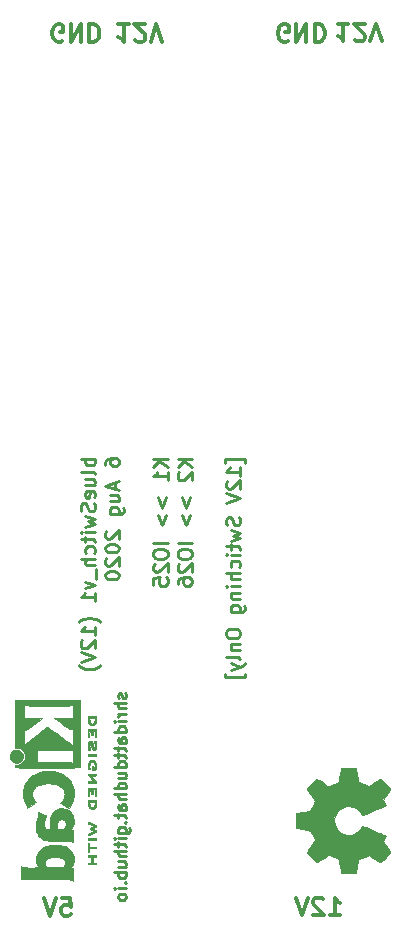
<source format=gbr>
%TF.GenerationSoftware,KiCad,Pcbnew,(5.1.6)-1*%
%TF.CreationDate,2020-08-06T11:41:01+05:30*%
%TF.ProjectId,ESP32-BLE-Relay-Control-Board,45535033-322d-4424-9c45-2d52656c6179,rev?*%
%TF.SameCoordinates,Original*%
%TF.FileFunction,Legend,Bot*%
%TF.FilePolarity,Positive*%
%FSLAX46Y46*%
G04 Gerber Fmt 4.6, Leading zero omitted, Abs format (unit mm)*
G04 Created by KiCad (PCBNEW (5.1.6)-1) date 2020-08-06 11:41:01*
%MOMM*%
%LPD*%
G01*
G04 APERTURE LIST*
%ADD10C,0.300000*%
%ADD11C,0.250000*%
%ADD12C,0.010000*%
G04 APERTURE END LIST*
D10*
X124482142Y-79100000D02*
X124339285Y-79171428D01*
X124125000Y-79171428D01*
X123910714Y-79100000D01*
X123767857Y-78957142D01*
X123696428Y-78814285D01*
X123625000Y-78528571D01*
X123625000Y-78314285D01*
X123696428Y-78028571D01*
X123767857Y-77885714D01*
X123910714Y-77742857D01*
X124125000Y-77671428D01*
X124267857Y-77671428D01*
X124482142Y-77742857D01*
X124553571Y-77814285D01*
X124553571Y-78314285D01*
X124267857Y-78314285D01*
X125196428Y-77671428D02*
X125196428Y-79171428D01*
X126053571Y-77671428D01*
X126053571Y-79171428D01*
X126767857Y-77671428D02*
X126767857Y-79171428D01*
X127125000Y-79171428D01*
X127339285Y-79100000D01*
X127482142Y-78957142D01*
X127553571Y-78814285D01*
X127625000Y-78528571D01*
X127625000Y-78314285D01*
X127553571Y-78028571D01*
X127482142Y-77885714D01*
X127339285Y-77742857D01*
X127125000Y-77671428D01*
X126767857Y-77671428D01*
X105382142Y-79100000D02*
X105239285Y-79171428D01*
X105025000Y-79171428D01*
X104810714Y-79100000D01*
X104667857Y-78957142D01*
X104596428Y-78814285D01*
X104525000Y-78528571D01*
X104525000Y-78314285D01*
X104596428Y-78028571D01*
X104667857Y-77885714D01*
X104810714Y-77742857D01*
X105025000Y-77671428D01*
X105167857Y-77671428D01*
X105382142Y-77742857D01*
X105453571Y-77814285D01*
X105453571Y-78314285D01*
X105167857Y-78314285D01*
X106096428Y-77671428D02*
X106096428Y-79171428D01*
X106953571Y-77671428D01*
X106953571Y-79171428D01*
X107667857Y-77671428D02*
X107667857Y-79171428D01*
X108025000Y-79171428D01*
X108239285Y-79100000D01*
X108382142Y-78957142D01*
X108453571Y-78814285D01*
X108525000Y-78528571D01*
X108525000Y-78314285D01*
X108453571Y-78028571D01*
X108382142Y-77885714D01*
X108239285Y-77742857D01*
X108025000Y-77671428D01*
X107667857Y-77671428D01*
X129596428Y-77621428D02*
X128739285Y-77621428D01*
X129167857Y-77621428D02*
X129167857Y-79121428D01*
X129025000Y-78907142D01*
X128882142Y-78764285D01*
X128739285Y-78692857D01*
X130167857Y-78978571D02*
X130239285Y-79050000D01*
X130382142Y-79121428D01*
X130739285Y-79121428D01*
X130882142Y-79050000D01*
X130953571Y-78978571D01*
X131025000Y-78835714D01*
X131025000Y-78692857D01*
X130953571Y-78478571D01*
X130096428Y-77621428D01*
X131025000Y-77621428D01*
X131453571Y-79121428D02*
X131953571Y-77621428D01*
X132453571Y-79121428D01*
X110996428Y-77671428D02*
X110139285Y-77671428D01*
X110567857Y-77671428D02*
X110567857Y-79171428D01*
X110425000Y-78957142D01*
X110282142Y-78814285D01*
X110139285Y-78742857D01*
X111567857Y-79028571D02*
X111639285Y-79100000D01*
X111782142Y-79171428D01*
X112139285Y-79171428D01*
X112282142Y-79100000D01*
X112353571Y-79028571D01*
X112425000Y-78885714D01*
X112425000Y-78742857D01*
X112353571Y-78528571D01*
X111496428Y-77671428D01*
X112425000Y-77671428D01*
X112853571Y-79171428D02*
X113353571Y-77671428D01*
X113853571Y-79171428D01*
X128028571Y-153103571D02*
X128885714Y-153103571D01*
X128457142Y-153103571D02*
X128457142Y-151603571D01*
X128600000Y-151817857D01*
X128742857Y-151960714D01*
X128885714Y-152032142D01*
X127457142Y-151746428D02*
X127385714Y-151675000D01*
X127242857Y-151603571D01*
X126885714Y-151603571D01*
X126742857Y-151675000D01*
X126671428Y-151746428D01*
X126600000Y-151889285D01*
X126600000Y-152032142D01*
X126671428Y-152246428D01*
X127528571Y-153103571D01*
X126600000Y-153103571D01*
X126171428Y-151603571D02*
X125671428Y-153103571D01*
X125171428Y-151603571D01*
X105335714Y-151653571D02*
X106050000Y-151653571D01*
X106121428Y-152367857D01*
X106050000Y-152296428D01*
X105907142Y-152225000D01*
X105550000Y-152225000D01*
X105407142Y-152296428D01*
X105335714Y-152367857D01*
X105264285Y-152510714D01*
X105264285Y-152867857D01*
X105335714Y-153010714D01*
X105407142Y-153082142D01*
X105550000Y-153153571D01*
X105907142Y-153153571D01*
X106050000Y-153082142D01*
X106121428Y-153010714D01*
X104835714Y-151653571D02*
X104335714Y-153153571D01*
X103835714Y-151653571D01*
D11*
X108142857Y-114448214D02*
X106942857Y-114448214D01*
X107400000Y-114448214D02*
X107342857Y-114562500D01*
X107342857Y-114791071D01*
X107400000Y-114905357D01*
X107457142Y-114962500D01*
X107571428Y-115019642D01*
X107914285Y-115019642D01*
X108028571Y-114962500D01*
X108085714Y-114905357D01*
X108142857Y-114791071D01*
X108142857Y-114562500D01*
X108085714Y-114448214D01*
X108142857Y-115705357D02*
X108085714Y-115591071D01*
X107971428Y-115533928D01*
X106942857Y-115533928D01*
X107342857Y-116676785D02*
X108142857Y-116676785D01*
X107342857Y-116162500D02*
X107971428Y-116162500D01*
X108085714Y-116219642D01*
X108142857Y-116333928D01*
X108142857Y-116505357D01*
X108085714Y-116619642D01*
X108028571Y-116676785D01*
X108085714Y-117705357D02*
X108142857Y-117591071D01*
X108142857Y-117362500D01*
X108085714Y-117248214D01*
X107971428Y-117191071D01*
X107514285Y-117191071D01*
X107400000Y-117248214D01*
X107342857Y-117362500D01*
X107342857Y-117591071D01*
X107400000Y-117705357D01*
X107514285Y-117762500D01*
X107628571Y-117762500D01*
X107742857Y-117191071D01*
X108085714Y-118219642D02*
X108142857Y-118391071D01*
X108142857Y-118676785D01*
X108085714Y-118791071D01*
X108028571Y-118848214D01*
X107914285Y-118905357D01*
X107800000Y-118905357D01*
X107685714Y-118848214D01*
X107628571Y-118791071D01*
X107571428Y-118676785D01*
X107514285Y-118448214D01*
X107457142Y-118333928D01*
X107400000Y-118276785D01*
X107285714Y-118219642D01*
X107171428Y-118219642D01*
X107057142Y-118276785D01*
X107000000Y-118333928D01*
X106942857Y-118448214D01*
X106942857Y-118733928D01*
X107000000Y-118905357D01*
X107342857Y-119305357D02*
X108142857Y-119533928D01*
X107571428Y-119762500D01*
X108142857Y-119991071D01*
X107342857Y-120219642D01*
X108142857Y-120676785D02*
X107342857Y-120676785D01*
X106942857Y-120676785D02*
X107000000Y-120619642D01*
X107057142Y-120676785D01*
X107000000Y-120733928D01*
X106942857Y-120676785D01*
X107057142Y-120676785D01*
X107342857Y-121076785D02*
X107342857Y-121533928D01*
X106942857Y-121248214D02*
X107971428Y-121248214D01*
X108085714Y-121305357D01*
X108142857Y-121419642D01*
X108142857Y-121533928D01*
X108085714Y-122448214D02*
X108142857Y-122333928D01*
X108142857Y-122105357D01*
X108085714Y-121991071D01*
X108028571Y-121933928D01*
X107914285Y-121876785D01*
X107571428Y-121876785D01*
X107457142Y-121933928D01*
X107400000Y-121991071D01*
X107342857Y-122105357D01*
X107342857Y-122333928D01*
X107400000Y-122448214D01*
X108142857Y-122962500D02*
X106942857Y-122962500D01*
X108142857Y-123476785D02*
X107514285Y-123476785D01*
X107400000Y-123419642D01*
X107342857Y-123305357D01*
X107342857Y-123133928D01*
X107400000Y-123019642D01*
X107457142Y-122962500D01*
X108257142Y-123762500D02*
X108257142Y-124676785D01*
X107342857Y-124848214D02*
X108142857Y-125133928D01*
X107342857Y-125419642D01*
X108142857Y-126505357D02*
X108142857Y-125819642D01*
X108142857Y-126162500D02*
X106942857Y-126162500D01*
X107114285Y-126048214D01*
X107228571Y-125933928D01*
X107285714Y-125819642D01*
X108600000Y-128276785D02*
X108542857Y-128219642D01*
X108371428Y-128105357D01*
X108257142Y-128048214D01*
X108085714Y-127991071D01*
X107800000Y-127933928D01*
X107571428Y-127933928D01*
X107285714Y-127991071D01*
X107114285Y-128048214D01*
X107000000Y-128105357D01*
X106828571Y-128219642D01*
X106771428Y-128276785D01*
X108142857Y-129362500D02*
X108142857Y-128676785D01*
X108142857Y-129019642D02*
X106942857Y-129019642D01*
X107114285Y-128905357D01*
X107228571Y-128791071D01*
X107285714Y-128676785D01*
X107057142Y-129819642D02*
X107000000Y-129876785D01*
X106942857Y-129991071D01*
X106942857Y-130276785D01*
X107000000Y-130391071D01*
X107057142Y-130448214D01*
X107171428Y-130505357D01*
X107285714Y-130505357D01*
X107457142Y-130448214D01*
X108142857Y-129762500D01*
X108142857Y-130505357D01*
X106942857Y-130848214D02*
X108142857Y-131248214D01*
X106942857Y-131648214D01*
X108600000Y-131933928D02*
X108542857Y-131991071D01*
X108371428Y-132105357D01*
X108257142Y-132162500D01*
X108085714Y-132219642D01*
X107800000Y-132276785D01*
X107571428Y-132276785D01*
X107285714Y-132219642D01*
X107114285Y-132162500D01*
X107000000Y-132105357D01*
X106828571Y-131991071D01*
X106771428Y-131933928D01*
X108992857Y-114962500D02*
X108992857Y-114733928D01*
X109050000Y-114619642D01*
X109107142Y-114562500D01*
X109278571Y-114448214D01*
X109507142Y-114391071D01*
X109964285Y-114391071D01*
X110078571Y-114448214D01*
X110135714Y-114505357D01*
X110192857Y-114619642D01*
X110192857Y-114848214D01*
X110135714Y-114962500D01*
X110078571Y-115019642D01*
X109964285Y-115076785D01*
X109678571Y-115076785D01*
X109564285Y-115019642D01*
X109507142Y-114962500D01*
X109450000Y-114848214D01*
X109450000Y-114619642D01*
X109507142Y-114505357D01*
X109564285Y-114448214D01*
X109678571Y-114391071D01*
X109850000Y-116448214D02*
X109850000Y-117019642D01*
X110192857Y-116333928D02*
X108992857Y-116733928D01*
X110192857Y-117133928D01*
X109392857Y-118048214D02*
X110192857Y-118048214D01*
X109392857Y-117533928D02*
X110021428Y-117533928D01*
X110135714Y-117591071D01*
X110192857Y-117705357D01*
X110192857Y-117876785D01*
X110135714Y-117991071D01*
X110078571Y-118048214D01*
X109392857Y-119133928D02*
X110364285Y-119133928D01*
X110478571Y-119076785D01*
X110535714Y-119019642D01*
X110592857Y-118905357D01*
X110592857Y-118733928D01*
X110535714Y-118619642D01*
X110135714Y-119133928D02*
X110192857Y-119019642D01*
X110192857Y-118791071D01*
X110135714Y-118676785D01*
X110078571Y-118619642D01*
X109964285Y-118562500D01*
X109621428Y-118562500D01*
X109507142Y-118619642D01*
X109450000Y-118676785D01*
X109392857Y-118791071D01*
X109392857Y-119019642D01*
X109450000Y-119133928D01*
X109107142Y-120562500D02*
X109050000Y-120619642D01*
X108992857Y-120733928D01*
X108992857Y-121019642D01*
X109050000Y-121133928D01*
X109107142Y-121191071D01*
X109221428Y-121248214D01*
X109335714Y-121248214D01*
X109507142Y-121191071D01*
X110192857Y-120505357D01*
X110192857Y-121248214D01*
X108992857Y-121991071D02*
X108992857Y-122105357D01*
X109050000Y-122219642D01*
X109107142Y-122276785D01*
X109221428Y-122333928D01*
X109450000Y-122391071D01*
X109735714Y-122391071D01*
X109964285Y-122333928D01*
X110078571Y-122276785D01*
X110135714Y-122219642D01*
X110192857Y-122105357D01*
X110192857Y-121991071D01*
X110135714Y-121876785D01*
X110078571Y-121819642D01*
X109964285Y-121762500D01*
X109735714Y-121705357D01*
X109450000Y-121705357D01*
X109221428Y-121762500D01*
X109107142Y-121819642D01*
X109050000Y-121876785D01*
X108992857Y-121991071D01*
X109107142Y-122848214D02*
X109050000Y-122905357D01*
X108992857Y-123019642D01*
X108992857Y-123305357D01*
X109050000Y-123419642D01*
X109107142Y-123476785D01*
X109221428Y-123533928D01*
X109335714Y-123533928D01*
X109507142Y-123476785D01*
X110192857Y-122791071D01*
X110192857Y-123533928D01*
X108992857Y-124276785D02*
X108992857Y-124391071D01*
X109050000Y-124505357D01*
X109107142Y-124562500D01*
X109221428Y-124619642D01*
X109450000Y-124676785D01*
X109735714Y-124676785D01*
X109964285Y-124619642D01*
X110078571Y-124562500D01*
X110135714Y-124505357D01*
X110192857Y-124391071D01*
X110192857Y-124276785D01*
X110135714Y-124162500D01*
X110078571Y-124105357D01*
X109964285Y-124048214D01*
X109735714Y-123991071D01*
X109450000Y-123991071D01*
X109221428Y-124048214D01*
X109107142Y-124105357D01*
X109050000Y-124162500D01*
X108992857Y-124276785D01*
X114292857Y-114448214D02*
X113092857Y-114448214D01*
X114292857Y-115133928D02*
X113607142Y-114619642D01*
X113092857Y-115133928D02*
X113778571Y-114448214D01*
X114292857Y-116276785D02*
X114292857Y-115591071D01*
X114292857Y-115933928D02*
X113092857Y-115933928D01*
X113264285Y-115819642D01*
X113378571Y-115705357D01*
X113435714Y-115591071D01*
X113492857Y-117705357D02*
X113835714Y-118619642D01*
X114178571Y-117705357D01*
X113492857Y-119191071D02*
X113835714Y-120105357D01*
X114178571Y-119191071D01*
X114292857Y-121591071D02*
X113092857Y-121591071D01*
X113092857Y-122391071D02*
X113092857Y-122619642D01*
X113150000Y-122733928D01*
X113264285Y-122848214D01*
X113492857Y-122905357D01*
X113892857Y-122905357D01*
X114121428Y-122848214D01*
X114235714Y-122733928D01*
X114292857Y-122619642D01*
X114292857Y-122391071D01*
X114235714Y-122276785D01*
X114121428Y-122162500D01*
X113892857Y-122105357D01*
X113492857Y-122105357D01*
X113264285Y-122162500D01*
X113150000Y-122276785D01*
X113092857Y-122391071D01*
X113207142Y-123362500D02*
X113150000Y-123419642D01*
X113092857Y-123533928D01*
X113092857Y-123819642D01*
X113150000Y-123933928D01*
X113207142Y-123991071D01*
X113321428Y-124048214D01*
X113435714Y-124048214D01*
X113607142Y-123991071D01*
X114292857Y-123305357D01*
X114292857Y-124048214D01*
X113092857Y-125133928D02*
X113092857Y-124562500D01*
X113664285Y-124505357D01*
X113607142Y-124562500D01*
X113550000Y-124676785D01*
X113550000Y-124962500D01*
X113607142Y-125076785D01*
X113664285Y-125133928D01*
X113778571Y-125191071D01*
X114064285Y-125191071D01*
X114178571Y-125133928D01*
X114235714Y-125076785D01*
X114292857Y-124962500D01*
X114292857Y-124676785D01*
X114235714Y-124562500D01*
X114178571Y-124505357D01*
X116342857Y-114448214D02*
X115142857Y-114448214D01*
X116342857Y-115133928D02*
X115657142Y-114619642D01*
X115142857Y-115133928D02*
X115828571Y-114448214D01*
X115257142Y-115591071D02*
X115200000Y-115648214D01*
X115142857Y-115762500D01*
X115142857Y-116048214D01*
X115200000Y-116162500D01*
X115257142Y-116219642D01*
X115371428Y-116276785D01*
X115485714Y-116276785D01*
X115657142Y-116219642D01*
X116342857Y-115533928D01*
X116342857Y-116276785D01*
X115542857Y-117705357D02*
X115885714Y-118619642D01*
X116228571Y-117705357D01*
X115542857Y-119191071D02*
X115885714Y-120105357D01*
X116228571Y-119191071D01*
X116342857Y-121591071D02*
X115142857Y-121591071D01*
X115142857Y-122391071D02*
X115142857Y-122619642D01*
X115200000Y-122733928D01*
X115314285Y-122848214D01*
X115542857Y-122905357D01*
X115942857Y-122905357D01*
X116171428Y-122848214D01*
X116285714Y-122733928D01*
X116342857Y-122619642D01*
X116342857Y-122391071D01*
X116285714Y-122276785D01*
X116171428Y-122162500D01*
X115942857Y-122105357D01*
X115542857Y-122105357D01*
X115314285Y-122162500D01*
X115200000Y-122276785D01*
X115142857Y-122391071D01*
X115257142Y-123362500D02*
X115200000Y-123419642D01*
X115142857Y-123533928D01*
X115142857Y-123819642D01*
X115200000Y-123933928D01*
X115257142Y-123991071D01*
X115371428Y-124048214D01*
X115485714Y-124048214D01*
X115657142Y-123991071D01*
X116342857Y-123305357D01*
X116342857Y-124048214D01*
X115142857Y-125076785D02*
X115142857Y-124848214D01*
X115200000Y-124733928D01*
X115257142Y-124676785D01*
X115428571Y-124562500D01*
X115657142Y-124505357D01*
X116114285Y-124505357D01*
X116228571Y-124562500D01*
X116285714Y-124619642D01*
X116342857Y-124733928D01*
X116342857Y-124962500D01*
X116285714Y-125076785D01*
X116228571Y-125133928D01*
X116114285Y-125191071D01*
X115828571Y-125191071D01*
X115714285Y-125133928D01*
X115657142Y-125076785D01*
X115600000Y-124962500D01*
X115600000Y-124733928D01*
X115657142Y-124619642D01*
X115714285Y-124562500D01*
X115828571Y-124505357D01*
X120842857Y-114791071D02*
X120842857Y-114505357D01*
X119128571Y-114505357D01*
X119128571Y-114791071D01*
X120442857Y-115876785D02*
X120442857Y-115191071D01*
X120442857Y-115533928D02*
X119242857Y-115533928D01*
X119414285Y-115419642D01*
X119528571Y-115305357D01*
X119585714Y-115191071D01*
X119357142Y-116333928D02*
X119300000Y-116391071D01*
X119242857Y-116505357D01*
X119242857Y-116791071D01*
X119300000Y-116905357D01*
X119357142Y-116962499D01*
X119471428Y-117019642D01*
X119585714Y-117019642D01*
X119757142Y-116962499D01*
X120442857Y-116276785D01*
X120442857Y-117019642D01*
X119242857Y-117362499D02*
X120442857Y-117762499D01*
X119242857Y-118162499D01*
X120385714Y-119419642D02*
X120442857Y-119591071D01*
X120442857Y-119876785D01*
X120385714Y-119991071D01*
X120328571Y-120048214D01*
X120214285Y-120105357D01*
X120100000Y-120105357D01*
X119985714Y-120048214D01*
X119928571Y-119991071D01*
X119871428Y-119876785D01*
X119814285Y-119648214D01*
X119757142Y-119533928D01*
X119700000Y-119476785D01*
X119585714Y-119419642D01*
X119471428Y-119419642D01*
X119357142Y-119476785D01*
X119300000Y-119533928D01*
X119242857Y-119648214D01*
X119242857Y-119933928D01*
X119300000Y-120105357D01*
X119642857Y-120505357D02*
X120442857Y-120733928D01*
X119871428Y-120962500D01*
X120442857Y-121191071D01*
X119642857Y-121419642D01*
X119642857Y-121705357D02*
X119642857Y-122162499D01*
X119242857Y-121876785D02*
X120271428Y-121876785D01*
X120385714Y-121933928D01*
X120442857Y-122048214D01*
X120442857Y-122162499D01*
X120442857Y-122562499D02*
X119642857Y-122562499D01*
X119242857Y-122562499D02*
X119300000Y-122505357D01*
X119357142Y-122562499D01*
X119300000Y-122619642D01*
X119242857Y-122562499D01*
X119357142Y-122562499D01*
X120385714Y-123648214D02*
X120442857Y-123533928D01*
X120442857Y-123305357D01*
X120385714Y-123191071D01*
X120328571Y-123133928D01*
X120214285Y-123076785D01*
X119871428Y-123076785D01*
X119757142Y-123133928D01*
X119700000Y-123191071D01*
X119642857Y-123305357D01*
X119642857Y-123533928D01*
X119700000Y-123648214D01*
X120442857Y-124162499D02*
X119242857Y-124162499D01*
X120442857Y-124676785D02*
X119814285Y-124676785D01*
X119700000Y-124619642D01*
X119642857Y-124505357D01*
X119642857Y-124333928D01*
X119700000Y-124219642D01*
X119757142Y-124162499D01*
X120442857Y-125248214D02*
X119642857Y-125248214D01*
X119242857Y-125248214D02*
X119300000Y-125191071D01*
X119357142Y-125248214D01*
X119300000Y-125305357D01*
X119242857Y-125248214D01*
X119357142Y-125248214D01*
X119642857Y-125819642D02*
X120442857Y-125819642D01*
X119757142Y-125819642D02*
X119700000Y-125876785D01*
X119642857Y-125991071D01*
X119642857Y-126162499D01*
X119700000Y-126276785D01*
X119814285Y-126333928D01*
X120442857Y-126333928D01*
X119642857Y-127419642D02*
X120614285Y-127419642D01*
X120728571Y-127362499D01*
X120785714Y-127305357D01*
X120842857Y-127191071D01*
X120842857Y-127019642D01*
X120785714Y-126905357D01*
X120385714Y-127419642D02*
X120442857Y-127305357D01*
X120442857Y-127076785D01*
X120385714Y-126962499D01*
X120328571Y-126905357D01*
X120214285Y-126848214D01*
X119871428Y-126848214D01*
X119757142Y-126905357D01*
X119700000Y-126962499D01*
X119642857Y-127076785D01*
X119642857Y-127305357D01*
X119700000Y-127419642D01*
X119242857Y-129133928D02*
X119242857Y-129362499D01*
X119300000Y-129476785D01*
X119414285Y-129591071D01*
X119642857Y-129648214D01*
X120042857Y-129648214D01*
X120271428Y-129591071D01*
X120385714Y-129476785D01*
X120442857Y-129362499D01*
X120442857Y-129133928D01*
X120385714Y-129019642D01*
X120271428Y-128905357D01*
X120042857Y-128848214D01*
X119642857Y-128848214D01*
X119414285Y-128905357D01*
X119300000Y-129019642D01*
X119242857Y-129133928D01*
X119642857Y-130162499D02*
X120442857Y-130162499D01*
X119757142Y-130162499D02*
X119700000Y-130219642D01*
X119642857Y-130333928D01*
X119642857Y-130505357D01*
X119700000Y-130619642D01*
X119814285Y-130676785D01*
X120442857Y-130676785D01*
X120442857Y-131419642D02*
X120385714Y-131305357D01*
X120271428Y-131248214D01*
X119242857Y-131248214D01*
X119642857Y-131762499D02*
X120442857Y-132048214D01*
X119642857Y-132333928D02*
X120442857Y-132048214D01*
X120728571Y-131933928D01*
X120785714Y-131876785D01*
X120842857Y-131762499D01*
X120842857Y-132676785D02*
X120842857Y-132962499D01*
X119128571Y-132962499D01*
X119128571Y-132676785D01*
X110729761Y-134311904D02*
X110777380Y-134407142D01*
X110777380Y-134597619D01*
X110729761Y-134692857D01*
X110634523Y-134740476D01*
X110586904Y-134740476D01*
X110491666Y-134692857D01*
X110444047Y-134597619D01*
X110444047Y-134454761D01*
X110396428Y-134359523D01*
X110301190Y-134311904D01*
X110253571Y-134311904D01*
X110158333Y-134359523D01*
X110110714Y-134454761D01*
X110110714Y-134597619D01*
X110158333Y-134692857D01*
X110777380Y-135169047D02*
X109777380Y-135169047D01*
X110777380Y-135597619D02*
X110253571Y-135597619D01*
X110158333Y-135550000D01*
X110110714Y-135454761D01*
X110110714Y-135311904D01*
X110158333Y-135216666D01*
X110205952Y-135169047D01*
X110777380Y-136073809D02*
X110110714Y-136073809D01*
X110301190Y-136073809D02*
X110205952Y-136121428D01*
X110158333Y-136169047D01*
X110110714Y-136264285D01*
X110110714Y-136359523D01*
X110777380Y-136692857D02*
X110110714Y-136692857D01*
X109777380Y-136692857D02*
X109825000Y-136645238D01*
X109872619Y-136692857D01*
X109825000Y-136740476D01*
X109777380Y-136692857D01*
X109872619Y-136692857D01*
X110777380Y-137597619D02*
X109777380Y-137597619D01*
X110729761Y-137597619D02*
X110777380Y-137502380D01*
X110777380Y-137311904D01*
X110729761Y-137216666D01*
X110682142Y-137169047D01*
X110586904Y-137121428D01*
X110301190Y-137121428D01*
X110205952Y-137169047D01*
X110158333Y-137216666D01*
X110110714Y-137311904D01*
X110110714Y-137502380D01*
X110158333Y-137597619D01*
X110777380Y-138502380D02*
X110253571Y-138502380D01*
X110158333Y-138454761D01*
X110110714Y-138359523D01*
X110110714Y-138169047D01*
X110158333Y-138073809D01*
X110729761Y-138502380D02*
X110777380Y-138407142D01*
X110777380Y-138169047D01*
X110729761Y-138073809D01*
X110634523Y-138026190D01*
X110539285Y-138026190D01*
X110444047Y-138073809D01*
X110396428Y-138169047D01*
X110396428Y-138407142D01*
X110348809Y-138502380D01*
X110110714Y-138835714D02*
X110110714Y-139216666D01*
X109777380Y-138978571D02*
X110634523Y-138978571D01*
X110729761Y-139026190D01*
X110777380Y-139121428D01*
X110777380Y-139216666D01*
X110110714Y-139407142D02*
X110110714Y-139788095D01*
X109777380Y-139550000D02*
X110634523Y-139550000D01*
X110729761Y-139597619D01*
X110777380Y-139692857D01*
X110777380Y-139788095D01*
X110777380Y-140550000D02*
X109777380Y-140550000D01*
X110729761Y-140550000D02*
X110777380Y-140454761D01*
X110777380Y-140264285D01*
X110729761Y-140169047D01*
X110682142Y-140121428D01*
X110586904Y-140073809D01*
X110301190Y-140073809D01*
X110205952Y-140121428D01*
X110158333Y-140169047D01*
X110110714Y-140264285D01*
X110110714Y-140454761D01*
X110158333Y-140550000D01*
X110110714Y-141454761D02*
X110777380Y-141454761D01*
X110110714Y-141026190D02*
X110634523Y-141026190D01*
X110729761Y-141073809D01*
X110777380Y-141169047D01*
X110777380Y-141311904D01*
X110729761Y-141407142D01*
X110682142Y-141454761D01*
X110777380Y-142359523D02*
X109777380Y-142359523D01*
X110729761Y-142359523D02*
X110777380Y-142264285D01*
X110777380Y-142073809D01*
X110729761Y-141978571D01*
X110682142Y-141930952D01*
X110586904Y-141883333D01*
X110301190Y-141883333D01*
X110205952Y-141930952D01*
X110158333Y-141978571D01*
X110110714Y-142073809D01*
X110110714Y-142264285D01*
X110158333Y-142359523D01*
X110777380Y-142835714D02*
X109777380Y-142835714D01*
X110777380Y-143264285D02*
X110253571Y-143264285D01*
X110158333Y-143216666D01*
X110110714Y-143121428D01*
X110110714Y-142978571D01*
X110158333Y-142883333D01*
X110205952Y-142835714D01*
X110777380Y-144169047D02*
X110253571Y-144169047D01*
X110158333Y-144121428D01*
X110110714Y-144026190D01*
X110110714Y-143835714D01*
X110158333Y-143740476D01*
X110729761Y-144169047D02*
X110777380Y-144073809D01*
X110777380Y-143835714D01*
X110729761Y-143740476D01*
X110634523Y-143692857D01*
X110539285Y-143692857D01*
X110444047Y-143740476D01*
X110396428Y-143835714D01*
X110396428Y-144073809D01*
X110348809Y-144169047D01*
X110110714Y-144502380D02*
X110110714Y-144883333D01*
X109777380Y-144645238D02*
X110634523Y-144645238D01*
X110729761Y-144692857D01*
X110777380Y-144788095D01*
X110777380Y-144883333D01*
X110682142Y-145216666D02*
X110729761Y-145264285D01*
X110777380Y-145216666D01*
X110729761Y-145169047D01*
X110682142Y-145216666D01*
X110777380Y-145216666D01*
X110110714Y-146121428D02*
X110920238Y-146121428D01*
X111015476Y-146073809D01*
X111063095Y-146026190D01*
X111110714Y-145930952D01*
X111110714Y-145788095D01*
X111063095Y-145692857D01*
X110729761Y-146121428D02*
X110777380Y-146026190D01*
X110777380Y-145835714D01*
X110729761Y-145740476D01*
X110682142Y-145692857D01*
X110586904Y-145645238D01*
X110301190Y-145645238D01*
X110205952Y-145692857D01*
X110158333Y-145740476D01*
X110110714Y-145835714D01*
X110110714Y-146026190D01*
X110158333Y-146121428D01*
X110777380Y-146597619D02*
X110110714Y-146597619D01*
X109777380Y-146597619D02*
X109825000Y-146550000D01*
X109872619Y-146597619D01*
X109825000Y-146645238D01*
X109777380Y-146597619D01*
X109872619Y-146597619D01*
X110110714Y-146930952D02*
X110110714Y-147311904D01*
X109777380Y-147073809D02*
X110634523Y-147073809D01*
X110729761Y-147121428D01*
X110777380Y-147216666D01*
X110777380Y-147311904D01*
X110777380Y-147645238D02*
X109777380Y-147645238D01*
X110777380Y-148073809D02*
X110253571Y-148073809D01*
X110158333Y-148026190D01*
X110110714Y-147930952D01*
X110110714Y-147788095D01*
X110158333Y-147692857D01*
X110205952Y-147645238D01*
X110110714Y-148978571D02*
X110777380Y-148978571D01*
X110110714Y-148550000D02*
X110634523Y-148550000D01*
X110729761Y-148597619D01*
X110777380Y-148692857D01*
X110777380Y-148835714D01*
X110729761Y-148930952D01*
X110682142Y-148978571D01*
X110777380Y-149454761D02*
X109777380Y-149454761D01*
X110158333Y-149454761D02*
X110110714Y-149550000D01*
X110110714Y-149740476D01*
X110158333Y-149835714D01*
X110205952Y-149883333D01*
X110301190Y-149930952D01*
X110586904Y-149930952D01*
X110682142Y-149883333D01*
X110729761Y-149835714D01*
X110777380Y-149740476D01*
X110777380Y-149550000D01*
X110729761Y-149454761D01*
X110682142Y-150359523D02*
X110729761Y-150407142D01*
X110777380Y-150359523D01*
X110729761Y-150311904D01*
X110682142Y-150359523D01*
X110777380Y-150359523D01*
X110777380Y-150835714D02*
X110110714Y-150835714D01*
X109777380Y-150835714D02*
X109825000Y-150788095D01*
X109872619Y-150835714D01*
X109825000Y-150883333D01*
X109777380Y-150835714D01*
X109872619Y-150835714D01*
X110777380Y-151454761D02*
X110729761Y-151359523D01*
X110682142Y-151311904D01*
X110586904Y-151264285D01*
X110301190Y-151264285D01*
X110205952Y-151311904D01*
X110158333Y-151359523D01*
X110110714Y-151454761D01*
X110110714Y-151597619D01*
X110158333Y-151692857D01*
X110205952Y-151740476D01*
X110301190Y-151788095D01*
X110586904Y-151788095D01*
X110682142Y-151740476D01*
X110729761Y-151692857D01*
X110777380Y-151597619D01*
X110777380Y-151454761D01*
D12*
%TO.C,REF\u002A\u002A*%
G36*
X125800427Y-145821536D02*
G01*
X126397618Y-145934118D01*
X126568865Y-146349531D01*
X126740112Y-146764945D01*
X126401233Y-147263302D01*
X126306877Y-147402869D01*
X126222630Y-147529029D01*
X126152338Y-147635896D01*
X126099847Y-147717583D01*
X126069004Y-147768202D01*
X126062353Y-147781987D01*
X126079458Y-147806821D01*
X126126744Y-147859889D01*
X126198172Y-147935241D01*
X126287700Y-148026930D01*
X126389289Y-148129008D01*
X126496898Y-148235527D01*
X126604487Y-148340537D01*
X126706015Y-148438092D01*
X126795441Y-148522243D01*
X126866726Y-148587041D01*
X126913828Y-148626538D01*
X126929592Y-148635981D01*
X126958653Y-148622392D01*
X127022321Y-148584294D01*
X127114367Y-148525694D01*
X127228564Y-148450598D01*
X127358684Y-148363009D01*
X127432901Y-148312255D01*
X127568422Y-148219746D01*
X127690716Y-148137541D01*
X127793695Y-148069631D01*
X127871273Y-148020001D01*
X127917361Y-147992641D01*
X127927047Y-147988530D01*
X127954574Y-147997850D01*
X128018728Y-148023255D01*
X128110490Y-148060912D01*
X128220839Y-148106987D01*
X128340755Y-148157647D01*
X128461219Y-148209060D01*
X128573209Y-148257390D01*
X128667707Y-148298807D01*
X128735692Y-148329475D01*
X128768143Y-148345562D01*
X128769420Y-148346512D01*
X128775617Y-148371773D01*
X128789440Y-148439046D01*
X128809532Y-148541361D01*
X128834534Y-148671742D01*
X128863086Y-148823217D01*
X128879551Y-148911594D01*
X128910369Y-149073453D01*
X128939694Y-149219650D01*
X128965921Y-149342788D01*
X128987446Y-149435470D01*
X129002665Y-149490302D01*
X129007493Y-149501324D01*
X129040174Y-149512119D01*
X129113985Y-149520830D01*
X129220292Y-149527461D01*
X129350467Y-149532019D01*
X129495876Y-149534510D01*
X129647890Y-149534939D01*
X129797877Y-149533312D01*
X129937206Y-149529636D01*
X130057245Y-149523916D01*
X130149365Y-149516158D01*
X130204932Y-149506369D01*
X130216500Y-149500497D01*
X130230365Y-149465400D01*
X130250188Y-149391029D01*
X130273639Y-149287224D01*
X130298391Y-149163820D01*
X130306398Y-149120742D01*
X130344441Y-148913048D01*
X130375079Y-148748985D01*
X130399529Y-148623131D01*
X130419009Y-148530066D01*
X130434736Y-148464368D01*
X130447928Y-148420618D01*
X130459804Y-148393393D01*
X130471580Y-148377273D01*
X130473908Y-148375018D01*
X130511400Y-148352504D01*
X130584365Y-148318159D01*
X130683867Y-148275412D01*
X130800973Y-148227693D01*
X130926748Y-148178431D01*
X131052257Y-148131056D01*
X131168565Y-148088996D01*
X131266739Y-148055681D01*
X131337843Y-148034542D01*
X131372942Y-148029006D01*
X131374172Y-148029467D01*
X131402861Y-148048224D01*
X131465985Y-148090777D01*
X131556973Y-148152654D01*
X131669255Y-148229383D01*
X131796260Y-148316492D01*
X131832353Y-148341299D01*
X131963203Y-148429753D01*
X132082591Y-148507589D01*
X132183662Y-148570567D01*
X132259559Y-148614446D01*
X132303427Y-148634986D01*
X132308817Y-148635981D01*
X132337144Y-148618723D01*
X132393261Y-148571036D01*
X132471137Y-148499051D01*
X132564740Y-148408898D01*
X132668041Y-148306706D01*
X132775006Y-148198606D01*
X132879606Y-148090729D01*
X132975809Y-147989205D01*
X133057584Y-147900163D01*
X133118900Y-147829734D01*
X133153726Y-147784048D01*
X133159412Y-147771410D01*
X133146020Y-147741992D01*
X133109899Y-147681762D01*
X133057136Y-147600530D01*
X133014667Y-147538031D01*
X132936740Y-147424786D01*
X132844984Y-147290675D01*
X132753375Y-147156156D01*
X132704346Y-147083834D01*
X132538770Y-146839039D01*
X132649875Y-146633551D01*
X132698548Y-146539937D01*
X132736381Y-146460331D01*
X132757958Y-146406468D01*
X132760961Y-146392758D01*
X132738793Y-146376271D01*
X132676149Y-146343746D01*
X132578809Y-146297609D01*
X132452549Y-146240291D01*
X132303150Y-146174217D01*
X132136388Y-146101816D01*
X131958042Y-146025517D01*
X131773891Y-145947747D01*
X131589712Y-145870935D01*
X131411285Y-145797507D01*
X131244387Y-145729893D01*
X131094797Y-145670521D01*
X130968293Y-145621817D01*
X130870654Y-145586211D01*
X130807657Y-145566131D01*
X130786021Y-145562901D01*
X130758424Y-145588497D01*
X130713625Y-145644539D01*
X130660934Y-145719312D01*
X130656765Y-145725588D01*
X130502069Y-145918846D01*
X130321591Y-146074675D01*
X130121102Y-146191725D01*
X129906374Y-146268646D01*
X129683177Y-146304087D01*
X129457281Y-146296698D01*
X129234459Y-146245128D01*
X129020479Y-146148027D01*
X128973664Y-146119459D01*
X128784618Y-145970869D01*
X128632812Y-145795328D01*
X128519034Y-145598911D01*
X128444075Y-145387694D01*
X128408722Y-145167754D01*
X128413767Y-144945164D01*
X128459999Y-144726002D01*
X128548206Y-144516343D01*
X128679179Y-144322262D01*
X128732337Y-144262227D01*
X128898739Y-144109436D01*
X129073912Y-143998098D01*
X129270266Y-143921724D01*
X129464717Y-143879188D01*
X129683342Y-143868687D01*
X129903052Y-143903701D01*
X130116420Y-143980674D01*
X130316022Y-144096048D01*
X130494429Y-144246266D01*
X130644217Y-144427774D01*
X130660006Y-144451628D01*
X130711712Y-144527202D01*
X130756512Y-144584652D01*
X130785117Y-144612118D01*
X130786021Y-144612518D01*
X130816964Y-144606621D01*
X130887191Y-144583246D01*
X130990925Y-144544822D01*
X131122390Y-144493778D01*
X131275807Y-144432543D01*
X131445401Y-144363545D01*
X131625393Y-144289214D01*
X131810008Y-144211979D01*
X131993468Y-144134269D01*
X132169996Y-144058512D01*
X132333814Y-143987138D01*
X132479147Y-143922575D01*
X132600217Y-143867253D01*
X132691247Y-143823601D01*
X132746460Y-143794047D01*
X132760961Y-143782145D01*
X132749669Y-143745778D01*
X132719385Y-143677731D01*
X132675520Y-143589737D01*
X132649875Y-143541351D01*
X132538770Y-143335864D01*
X132704346Y-143091069D01*
X132789170Y-142966107D01*
X132882516Y-142829296D01*
X132970408Y-142701089D01*
X133014667Y-142636872D01*
X133075318Y-142546552D01*
X133123381Y-142470072D01*
X133152770Y-142417408D01*
X133158982Y-142400303D01*
X133142223Y-142375406D01*
X133095436Y-142320306D01*
X133023480Y-142240344D01*
X132931212Y-142140861D01*
X132823490Y-142027201D01*
X132754326Y-141955316D01*
X132630757Y-141829552D01*
X132520234Y-141720864D01*
X132427485Y-141633646D01*
X132357237Y-141572290D01*
X132314220Y-141541192D01*
X132305490Y-141538209D01*
X132272284Y-141552054D01*
X132205142Y-141590313D01*
X132110863Y-141648742D01*
X131996245Y-141723098D01*
X131868083Y-141809136D01*
X131832353Y-141833603D01*
X131702489Y-141922755D01*
X131585569Y-142002739D01*
X131488162Y-142069081D01*
X131416839Y-142117312D01*
X131378170Y-142142958D01*
X131374172Y-142145436D01*
X131343355Y-142141730D01*
X131275599Y-142122062D01*
X131179839Y-142089861D01*
X131065009Y-142048556D01*
X130940044Y-142001576D01*
X130813879Y-141952350D01*
X130695448Y-141904309D01*
X130593685Y-141860882D01*
X130517526Y-141825497D01*
X130475904Y-141801585D01*
X130473908Y-141799885D01*
X130462013Y-141785263D01*
X130450250Y-141760566D01*
X130437401Y-141720373D01*
X130422249Y-141659264D01*
X130403576Y-141571818D01*
X130380165Y-141452613D01*
X130350797Y-141296228D01*
X130314255Y-141097244D01*
X130306398Y-141054161D01*
X130281727Y-140926471D01*
X130257593Y-140815154D01*
X130236324Y-140730046D01*
X130220248Y-140680984D01*
X130216500Y-140674406D01*
X130183273Y-140663565D01*
X130109021Y-140654754D01*
X130002376Y-140647977D01*
X129871967Y-140643241D01*
X129726427Y-140640551D01*
X129574386Y-140639914D01*
X129424476Y-140641335D01*
X129285328Y-140644821D01*
X129165572Y-140650377D01*
X129073841Y-140658009D01*
X129018766Y-140667723D01*
X129007493Y-140673579D01*
X128996123Y-140706181D01*
X128977624Y-140780419D01*
X128953602Y-140888897D01*
X128925662Y-141024218D01*
X128895408Y-141178986D01*
X128879551Y-141263308D01*
X128849644Y-141423297D01*
X128822550Y-141565968D01*
X128799631Y-141684349D01*
X128782243Y-141771466D01*
X128771747Y-141820346D01*
X128769420Y-141828391D01*
X128743186Y-141841988D01*
X128679995Y-141870730D01*
X128588877Y-141910786D01*
X128478857Y-141958325D01*
X128358965Y-142009516D01*
X128238227Y-142060527D01*
X128125671Y-142107527D01*
X128030326Y-142146685D01*
X127961217Y-142174170D01*
X127927374Y-142186150D01*
X127925895Y-142186373D01*
X127899197Y-142172792D01*
X127837760Y-142134716D01*
X127747689Y-142076148D01*
X127635090Y-142001089D01*
X127506070Y-141913541D01*
X127431961Y-141862648D01*
X127296077Y-141769910D01*
X127172709Y-141687542D01*
X127068097Y-141619562D01*
X126988483Y-141569989D01*
X126940107Y-141542843D01*
X126929262Y-141538922D01*
X126904020Y-141555776D01*
X126850124Y-141602369D01*
X126773613Y-141672749D01*
X126680523Y-141760966D01*
X126576895Y-141861066D01*
X126468764Y-141967099D01*
X126362170Y-142073112D01*
X126263150Y-142173153D01*
X126177742Y-142261271D01*
X126111985Y-142331514D01*
X126071916Y-142377929D01*
X126062353Y-142393457D01*
X126075800Y-142418740D01*
X126113575Y-142479212D01*
X126171835Y-142568993D01*
X126246734Y-142682204D01*
X126334425Y-142812964D01*
X126401233Y-142911600D01*
X126740112Y-143409958D01*
X126568865Y-143825371D01*
X126397618Y-144240785D01*
X125800427Y-144353367D01*
X125203235Y-144465950D01*
X125203235Y-145708953D01*
X125800427Y-145821536D01*
G37*
X125800427Y-145821536D02*
X126397618Y-145934118D01*
X126568865Y-146349531D01*
X126740112Y-146764945D01*
X126401233Y-147263302D01*
X126306877Y-147402869D01*
X126222630Y-147529029D01*
X126152338Y-147635896D01*
X126099847Y-147717583D01*
X126069004Y-147768202D01*
X126062353Y-147781987D01*
X126079458Y-147806821D01*
X126126744Y-147859889D01*
X126198172Y-147935241D01*
X126287700Y-148026930D01*
X126389289Y-148129008D01*
X126496898Y-148235527D01*
X126604487Y-148340537D01*
X126706015Y-148438092D01*
X126795441Y-148522243D01*
X126866726Y-148587041D01*
X126913828Y-148626538D01*
X126929592Y-148635981D01*
X126958653Y-148622392D01*
X127022321Y-148584294D01*
X127114367Y-148525694D01*
X127228564Y-148450598D01*
X127358684Y-148363009D01*
X127432901Y-148312255D01*
X127568422Y-148219746D01*
X127690716Y-148137541D01*
X127793695Y-148069631D01*
X127871273Y-148020001D01*
X127917361Y-147992641D01*
X127927047Y-147988530D01*
X127954574Y-147997850D01*
X128018728Y-148023255D01*
X128110490Y-148060912D01*
X128220839Y-148106987D01*
X128340755Y-148157647D01*
X128461219Y-148209060D01*
X128573209Y-148257390D01*
X128667707Y-148298807D01*
X128735692Y-148329475D01*
X128768143Y-148345562D01*
X128769420Y-148346512D01*
X128775617Y-148371773D01*
X128789440Y-148439046D01*
X128809532Y-148541361D01*
X128834534Y-148671742D01*
X128863086Y-148823217D01*
X128879551Y-148911594D01*
X128910369Y-149073453D01*
X128939694Y-149219650D01*
X128965921Y-149342788D01*
X128987446Y-149435470D01*
X129002665Y-149490302D01*
X129007493Y-149501324D01*
X129040174Y-149512119D01*
X129113985Y-149520830D01*
X129220292Y-149527461D01*
X129350467Y-149532019D01*
X129495876Y-149534510D01*
X129647890Y-149534939D01*
X129797877Y-149533312D01*
X129937206Y-149529636D01*
X130057245Y-149523916D01*
X130149365Y-149516158D01*
X130204932Y-149506369D01*
X130216500Y-149500497D01*
X130230365Y-149465400D01*
X130250188Y-149391029D01*
X130273639Y-149287224D01*
X130298391Y-149163820D01*
X130306398Y-149120742D01*
X130344441Y-148913048D01*
X130375079Y-148748985D01*
X130399529Y-148623131D01*
X130419009Y-148530066D01*
X130434736Y-148464368D01*
X130447928Y-148420618D01*
X130459804Y-148393393D01*
X130471580Y-148377273D01*
X130473908Y-148375018D01*
X130511400Y-148352504D01*
X130584365Y-148318159D01*
X130683867Y-148275412D01*
X130800973Y-148227693D01*
X130926748Y-148178431D01*
X131052257Y-148131056D01*
X131168565Y-148088996D01*
X131266739Y-148055681D01*
X131337843Y-148034542D01*
X131372942Y-148029006D01*
X131374172Y-148029467D01*
X131402861Y-148048224D01*
X131465985Y-148090777D01*
X131556973Y-148152654D01*
X131669255Y-148229383D01*
X131796260Y-148316492D01*
X131832353Y-148341299D01*
X131963203Y-148429753D01*
X132082591Y-148507589D01*
X132183662Y-148570567D01*
X132259559Y-148614446D01*
X132303427Y-148634986D01*
X132308817Y-148635981D01*
X132337144Y-148618723D01*
X132393261Y-148571036D01*
X132471137Y-148499051D01*
X132564740Y-148408898D01*
X132668041Y-148306706D01*
X132775006Y-148198606D01*
X132879606Y-148090729D01*
X132975809Y-147989205D01*
X133057584Y-147900163D01*
X133118900Y-147829734D01*
X133153726Y-147784048D01*
X133159412Y-147771410D01*
X133146020Y-147741992D01*
X133109899Y-147681762D01*
X133057136Y-147600530D01*
X133014667Y-147538031D01*
X132936740Y-147424786D01*
X132844984Y-147290675D01*
X132753375Y-147156156D01*
X132704346Y-147083834D01*
X132538770Y-146839039D01*
X132649875Y-146633551D01*
X132698548Y-146539937D01*
X132736381Y-146460331D01*
X132757958Y-146406468D01*
X132760961Y-146392758D01*
X132738793Y-146376271D01*
X132676149Y-146343746D01*
X132578809Y-146297609D01*
X132452549Y-146240291D01*
X132303150Y-146174217D01*
X132136388Y-146101816D01*
X131958042Y-146025517D01*
X131773891Y-145947747D01*
X131589712Y-145870935D01*
X131411285Y-145797507D01*
X131244387Y-145729893D01*
X131094797Y-145670521D01*
X130968293Y-145621817D01*
X130870654Y-145586211D01*
X130807657Y-145566131D01*
X130786021Y-145562901D01*
X130758424Y-145588497D01*
X130713625Y-145644539D01*
X130660934Y-145719312D01*
X130656765Y-145725588D01*
X130502069Y-145918846D01*
X130321591Y-146074675D01*
X130121102Y-146191725D01*
X129906374Y-146268646D01*
X129683177Y-146304087D01*
X129457281Y-146296698D01*
X129234459Y-146245128D01*
X129020479Y-146148027D01*
X128973664Y-146119459D01*
X128784618Y-145970869D01*
X128632812Y-145795328D01*
X128519034Y-145598911D01*
X128444075Y-145387694D01*
X128408722Y-145167754D01*
X128413767Y-144945164D01*
X128459999Y-144726002D01*
X128548206Y-144516343D01*
X128679179Y-144322262D01*
X128732337Y-144262227D01*
X128898739Y-144109436D01*
X129073912Y-143998098D01*
X129270266Y-143921724D01*
X129464717Y-143879188D01*
X129683342Y-143868687D01*
X129903052Y-143903701D01*
X130116420Y-143980674D01*
X130316022Y-144096048D01*
X130494429Y-144246266D01*
X130644217Y-144427774D01*
X130660006Y-144451628D01*
X130711712Y-144527202D01*
X130756512Y-144584652D01*
X130785117Y-144612118D01*
X130786021Y-144612518D01*
X130816964Y-144606621D01*
X130887191Y-144583246D01*
X130990925Y-144544822D01*
X131122390Y-144493778D01*
X131275807Y-144432543D01*
X131445401Y-144363545D01*
X131625393Y-144289214D01*
X131810008Y-144211979D01*
X131993468Y-144134269D01*
X132169996Y-144058512D01*
X132333814Y-143987138D01*
X132479147Y-143922575D01*
X132600217Y-143867253D01*
X132691247Y-143823601D01*
X132746460Y-143794047D01*
X132760961Y-143782145D01*
X132749669Y-143745778D01*
X132719385Y-143677731D01*
X132675520Y-143589737D01*
X132649875Y-143541351D01*
X132538770Y-143335864D01*
X132704346Y-143091069D01*
X132789170Y-142966107D01*
X132882516Y-142829296D01*
X132970408Y-142701089D01*
X133014667Y-142636872D01*
X133075318Y-142546552D01*
X133123381Y-142470072D01*
X133152770Y-142417408D01*
X133158982Y-142400303D01*
X133142223Y-142375406D01*
X133095436Y-142320306D01*
X133023480Y-142240344D01*
X132931212Y-142140861D01*
X132823490Y-142027201D01*
X132754326Y-141955316D01*
X132630757Y-141829552D01*
X132520234Y-141720864D01*
X132427485Y-141633646D01*
X132357237Y-141572290D01*
X132314220Y-141541192D01*
X132305490Y-141538209D01*
X132272284Y-141552054D01*
X132205142Y-141590313D01*
X132110863Y-141648742D01*
X131996245Y-141723098D01*
X131868083Y-141809136D01*
X131832353Y-141833603D01*
X131702489Y-141922755D01*
X131585569Y-142002739D01*
X131488162Y-142069081D01*
X131416839Y-142117312D01*
X131378170Y-142142958D01*
X131374172Y-142145436D01*
X131343355Y-142141730D01*
X131275599Y-142122062D01*
X131179839Y-142089861D01*
X131065009Y-142048556D01*
X130940044Y-142001576D01*
X130813879Y-141952350D01*
X130695448Y-141904309D01*
X130593685Y-141860882D01*
X130517526Y-141825497D01*
X130475904Y-141801585D01*
X130473908Y-141799885D01*
X130462013Y-141785263D01*
X130450250Y-141760566D01*
X130437401Y-141720373D01*
X130422249Y-141659264D01*
X130403576Y-141571818D01*
X130380165Y-141452613D01*
X130350797Y-141296228D01*
X130314255Y-141097244D01*
X130306398Y-141054161D01*
X130281727Y-140926471D01*
X130257593Y-140815154D01*
X130236324Y-140730046D01*
X130220248Y-140680984D01*
X130216500Y-140674406D01*
X130183273Y-140663565D01*
X130109021Y-140654754D01*
X130002376Y-140647977D01*
X129871967Y-140643241D01*
X129726427Y-140640551D01*
X129574386Y-140639914D01*
X129424476Y-140641335D01*
X129285328Y-140644821D01*
X129165572Y-140650377D01*
X129073841Y-140658009D01*
X129018766Y-140667723D01*
X129007493Y-140673579D01*
X128996123Y-140706181D01*
X128977624Y-140780419D01*
X128953602Y-140888897D01*
X128925662Y-141024218D01*
X128895408Y-141178986D01*
X128879551Y-141263308D01*
X128849644Y-141423297D01*
X128822550Y-141565968D01*
X128799631Y-141684349D01*
X128782243Y-141771466D01*
X128771747Y-141820346D01*
X128769420Y-141828391D01*
X128743186Y-141841988D01*
X128679995Y-141870730D01*
X128588877Y-141910786D01*
X128478857Y-141958325D01*
X128358965Y-142009516D01*
X128238227Y-142060527D01*
X128125671Y-142107527D01*
X128030326Y-142146685D01*
X127961217Y-142174170D01*
X127927374Y-142186150D01*
X127925895Y-142186373D01*
X127899197Y-142172792D01*
X127837760Y-142134716D01*
X127747689Y-142076148D01*
X127635090Y-142001089D01*
X127506070Y-141913541D01*
X127431961Y-141862648D01*
X127296077Y-141769910D01*
X127172709Y-141687542D01*
X127068097Y-141619562D01*
X126988483Y-141569989D01*
X126940107Y-141542843D01*
X126929262Y-141538922D01*
X126904020Y-141555776D01*
X126850124Y-141602369D01*
X126773613Y-141672749D01*
X126680523Y-141760966D01*
X126576895Y-141861066D01*
X126468764Y-141967099D01*
X126362170Y-142073112D01*
X126263150Y-142173153D01*
X126177742Y-142261271D01*
X126111985Y-142331514D01*
X126071916Y-142377929D01*
X126062353Y-142393457D01*
X126075800Y-142418740D01*
X126113575Y-142479212D01*
X126171835Y-142568993D01*
X126246734Y-142682204D01*
X126334425Y-142812964D01*
X126401233Y-142911600D01*
X126740112Y-143409958D01*
X126568865Y-143825371D01*
X126397618Y-144240785D01*
X125800427Y-144353367D01*
X125203235Y-144465950D01*
X125203235Y-145708953D01*
X125800427Y-145821536D01*
G36*
X107535258Y-136390337D02*
G01*
X107535659Y-136429819D01*
X107538451Y-136545508D01*
X107546742Y-136642397D01*
X107561424Y-136723789D01*
X107583385Y-136792985D01*
X107613514Y-136853288D01*
X107652702Y-136908000D01*
X107669724Y-136927541D01*
X107709555Y-136959958D01*
X107763605Y-136989188D01*
X107823515Y-137011717D01*
X107880931Y-137024029D01*
X107902148Y-137025308D01*
X107960961Y-137017291D01*
X108025205Y-136995809D01*
X108086013Y-136964709D01*
X108134522Y-136927842D01*
X108140374Y-136921854D01*
X108181513Y-136871129D01*
X108213627Y-136815583D01*
X108237557Y-136752012D01*
X108254145Y-136677214D01*
X108264233Y-136587986D01*
X108268661Y-136481126D01*
X108269037Y-136432180D01*
X108268737Y-136369946D01*
X108267484Y-136326180D01*
X108264746Y-136296777D01*
X108259993Y-136277629D01*
X108252693Y-136264631D01*
X108246459Y-136257663D01*
X108238886Y-136251082D01*
X108229116Y-136245920D01*
X108214532Y-136242005D01*
X108192518Y-136239165D01*
X108160456Y-136237228D01*
X108115728Y-136236024D01*
X108055718Y-136235380D01*
X107977809Y-136235125D01*
X107902148Y-136235086D01*
X107801233Y-136234838D01*
X107720619Y-136234891D01*
X107682014Y-136235851D01*
X107682014Y-136381841D01*
X108122281Y-136381841D01*
X108122196Y-136474974D01*
X108120588Y-136531015D01*
X108116448Y-136589709D01*
X108110656Y-136638680D01*
X108110418Y-136640170D01*
X108091282Y-136719316D01*
X108061479Y-136780706D01*
X108019070Y-136827403D01*
X107973153Y-136857073D01*
X107922218Y-136875355D01*
X107874392Y-136873937D01*
X107823125Y-136852720D01*
X107770091Y-136811219D01*
X107730792Y-136753710D01*
X107704523Y-136678958D01*
X107695227Y-136629000D01*
X107688699Y-136572292D01*
X107683974Y-136512189D01*
X107682009Y-136461069D01*
X107682000Y-136458041D01*
X107682014Y-136381841D01*
X107682014Y-136235851D01*
X107658043Y-136236448D01*
X107611247Y-136240710D01*
X107577970Y-136248878D01*
X107555951Y-136262152D01*
X107542931Y-136281734D01*
X107536649Y-136308825D01*
X107534845Y-136344626D01*
X107535258Y-136390337D01*
G37*
X107535258Y-136390337D02*
X107535659Y-136429819D01*
X107538451Y-136545508D01*
X107546742Y-136642397D01*
X107561424Y-136723789D01*
X107583385Y-136792985D01*
X107613514Y-136853288D01*
X107652702Y-136908000D01*
X107669724Y-136927541D01*
X107709555Y-136959958D01*
X107763605Y-136989188D01*
X107823515Y-137011717D01*
X107880931Y-137024029D01*
X107902148Y-137025308D01*
X107960961Y-137017291D01*
X108025205Y-136995809D01*
X108086013Y-136964709D01*
X108134522Y-136927842D01*
X108140374Y-136921854D01*
X108181513Y-136871129D01*
X108213627Y-136815583D01*
X108237557Y-136752012D01*
X108254145Y-136677214D01*
X108264233Y-136587986D01*
X108268661Y-136481126D01*
X108269037Y-136432180D01*
X108268737Y-136369946D01*
X108267484Y-136326180D01*
X108264746Y-136296777D01*
X108259993Y-136277629D01*
X108252693Y-136264631D01*
X108246459Y-136257663D01*
X108238886Y-136251082D01*
X108229116Y-136245920D01*
X108214532Y-136242005D01*
X108192518Y-136239165D01*
X108160456Y-136237228D01*
X108115728Y-136236024D01*
X108055718Y-136235380D01*
X107977809Y-136235125D01*
X107902148Y-136235086D01*
X107801233Y-136234838D01*
X107720619Y-136234891D01*
X107682014Y-136235851D01*
X107682014Y-136381841D01*
X108122281Y-136381841D01*
X108122196Y-136474974D01*
X108120588Y-136531015D01*
X108116448Y-136589709D01*
X108110656Y-136638680D01*
X108110418Y-136640170D01*
X108091282Y-136719316D01*
X108061479Y-136780706D01*
X108019070Y-136827403D01*
X107973153Y-136857073D01*
X107922218Y-136875355D01*
X107874392Y-136873937D01*
X107823125Y-136852720D01*
X107770091Y-136811219D01*
X107730792Y-136753710D01*
X107704523Y-136678958D01*
X107695227Y-136629000D01*
X107688699Y-136572292D01*
X107683974Y-136512189D01*
X107682009Y-136461069D01*
X107682000Y-136458041D01*
X107682014Y-136381841D01*
X107682014Y-136235851D01*
X107658043Y-136236448D01*
X107611247Y-136240710D01*
X107577970Y-136248878D01*
X107555951Y-136262152D01*
X107542931Y-136281734D01*
X107536649Y-136308825D01*
X107534845Y-136344626D01*
X107535258Y-136390337D01*
G36*
X107535338Y-137798914D02*
G01*
X107535710Y-137868322D01*
X107536577Y-137920711D01*
X107538138Y-137958861D01*
X107540595Y-137985549D01*
X107544149Y-138003555D01*
X107549002Y-138015659D01*
X107555353Y-138024639D01*
X107558276Y-138027890D01*
X107589334Y-138047665D01*
X107625020Y-138051226D01*
X107656702Y-138038217D01*
X107663105Y-138032202D01*
X107669313Y-138022473D01*
X107674102Y-138006807D01*
X107677706Y-137982300D01*
X107680356Y-137946047D01*
X107682287Y-137895143D01*
X107683731Y-137826682D01*
X107684610Y-137764091D01*
X107687659Y-137516374D01*
X107752570Y-137512989D01*
X107817481Y-137509603D01*
X107817481Y-137677750D01*
X107818111Y-137750749D01*
X107820745Y-137804191D01*
X107826501Y-137841080D01*
X107836496Y-137864420D01*
X107851848Y-137877214D01*
X107873674Y-137882466D01*
X107893930Y-137883263D01*
X107918784Y-137880785D01*
X107937098Y-137871431D01*
X107949829Y-137852325D01*
X107957933Y-137820590D01*
X107962368Y-137773349D01*
X107964091Y-137707725D01*
X107964237Y-137671907D01*
X107964237Y-137510730D01*
X108122281Y-137510730D01*
X108122281Y-137759086D01*
X108122394Y-137840495D01*
X108122904Y-137902366D01*
X108124062Y-137947740D01*
X108126122Y-137979654D01*
X108129338Y-138001149D01*
X108133964Y-138015265D01*
X108140251Y-138025040D01*
X108144859Y-138030019D01*
X108171752Y-138047098D01*
X108195659Y-138052597D01*
X108224859Y-138044745D01*
X108246459Y-138030019D01*
X108253258Y-138022162D01*
X108258538Y-138012020D01*
X108262490Y-137996864D01*
X108265305Y-137973967D01*
X108267174Y-137940599D01*
X108268290Y-137894033D01*
X108268843Y-137831541D01*
X108269025Y-137750394D01*
X108269037Y-137708286D01*
X108268957Y-137618110D01*
X108268590Y-137547784D01*
X108267744Y-137494579D01*
X108266228Y-137455768D01*
X108263851Y-137428621D01*
X108260421Y-137410410D01*
X108255746Y-137398408D01*
X108249636Y-137389886D01*
X108246459Y-137386552D01*
X108238862Y-137379953D01*
X108229062Y-137374781D01*
X108214431Y-137370862D01*
X108192344Y-137368024D01*
X108160174Y-137366093D01*
X108115295Y-137364896D01*
X108055081Y-137364260D01*
X107976905Y-137364011D01*
X107904115Y-137363974D01*
X107810899Y-137364008D01*
X107737623Y-137364243D01*
X107681650Y-137364878D01*
X107640343Y-137366114D01*
X107611064Y-137368152D01*
X107591176Y-137371191D01*
X107578042Y-137375431D01*
X107569024Y-137381073D01*
X107561485Y-137388317D01*
X107559804Y-137390102D01*
X107552364Y-137398763D01*
X107546601Y-137408826D01*
X107542304Y-137423083D01*
X107539256Y-137444325D01*
X107537243Y-137475344D01*
X107536052Y-137518931D01*
X107535467Y-137577877D01*
X107535275Y-137654974D01*
X107535259Y-137709707D01*
X107535338Y-137798914D01*
G37*
X107535338Y-137798914D02*
X107535710Y-137868322D01*
X107536577Y-137920711D01*
X107538138Y-137958861D01*
X107540595Y-137985549D01*
X107544149Y-138003555D01*
X107549002Y-138015659D01*
X107555353Y-138024639D01*
X107558276Y-138027890D01*
X107589334Y-138047665D01*
X107625020Y-138051226D01*
X107656702Y-138038217D01*
X107663105Y-138032202D01*
X107669313Y-138022473D01*
X107674102Y-138006807D01*
X107677706Y-137982300D01*
X107680356Y-137946047D01*
X107682287Y-137895143D01*
X107683731Y-137826682D01*
X107684610Y-137764091D01*
X107687659Y-137516374D01*
X107752570Y-137512989D01*
X107817481Y-137509603D01*
X107817481Y-137677750D01*
X107818111Y-137750749D01*
X107820745Y-137804191D01*
X107826501Y-137841080D01*
X107836496Y-137864420D01*
X107851848Y-137877214D01*
X107873674Y-137882466D01*
X107893930Y-137883263D01*
X107918784Y-137880785D01*
X107937098Y-137871431D01*
X107949829Y-137852325D01*
X107957933Y-137820590D01*
X107962368Y-137773349D01*
X107964091Y-137707725D01*
X107964237Y-137671907D01*
X107964237Y-137510730D01*
X108122281Y-137510730D01*
X108122281Y-137759086D01*
X108122394Y-137840495D01*
X108122904Y-137902366D01*
X108124062Y-137947740D01*
X108126122Y-137979654D01*
X108129338Y-138001149D01*
X108133964Y-138015265D01*
X108140251Y-138025040D01*
X108144859Y-138030019D01*
X108171752Y-138047098D01*
X108195659Y-138052597D01*
X108224859Y-138044745D01*
X108246459Y-138030019D01*
X108253258Y-138022162D01*
X108258538Y-138012020D01*
X108262490Y-137996864D01*
X108265305Y-137973967D01*
X108267174Y-137940599D01*
X108268290Y-137894033D01*
X108268843Y-137831541D01*
X108269025Y-137750394D01*
X108269037Y-137708286D01*
X108268957Y-137618110D01*
X108268590Y-137547784D01*
X108267744Y-137494579D01*
X108266228Y-137455768D01*
X108263851Y-137428621D01*
X108260421Y-137410410D01*
X108255746Y-137398408D01*
X108249636Y-137389886D01*
X108246459Y-137386552D01*
X108238862Y-137379953D01*
X108229062Y-137374781D01*
X108214431Y-137370862D01*
X108192344Y-137368024D01*
X108160174Y-137366093D01*
X108115295Y-137364896D01*
X108055081Y-137364260D01*
X107976905Y-137364011D01*
X107904115Y-137363974D01*
X107810899Y-137364008D01*
X107737623Y-137364243D01*
X107681650Y-137364878D01*
X107640343Y-137366114D01*
X107611064Y-137368152D01*
X107591176Y-137371191D01*
X107578042Y-137375431D01*
X107569024Y-137381073D01*
X107561485Y-137388317D01*
X107559804Y-137390102D01*
X107552364Y-137398763D01*
X107546601Y-137408826D01*
X107542304Y-137423083D01*
X107539256Y-137444325D01*
X107537243Y-137475344D01*
X107536052Y-137518931D01*
X107535467Y-137577877D01*
X107535275Y-137654974D01*
X107535259Y-137709707D01*
X107535338Y-137798914D01*
G36*
X107536543Y-138820005D02*
G01*
X107541773Y-138894820D01*
X107549942Y-138964402D01*
X107560742Y-139024706D01*
X107573865Y-139071688D01*
X107589005Y-139101302D01*
X107593461Y-139105848D01*
X107628042Y-139121654D01*
X107663543Y-139116861D01*
X107693917Y-139092344D01*
X107694788Y-139091174D01*
X107704146Y-139076754D01*
X107709068Y-139061700D01*
X107709665Y-139040703D01*
X107706053Y-139008451D01*
X107698346Y-138959635D01*
X107697697Y-138955708D01*
X107688761Y-138882969D01*
X107684353Y-138804491D01*
X107684311Y-138725781D01*
X107688471Y-138652347D01*
X107696671Y-138589697D01*
X107708749Y-138543338D01*
X107709963Y-138540292D01*
X107728807Y-138506660D01*
X107747877Y-138494844D01*
X107766631Y-138504094D01*
X107784529Y-138533661D01*
X107801029Y-138582797D01*
X107815588Y-138650751D01*
X107822598Y-138696063D01*
X107836081Y-138790252D01*
X107848406Y-138865164D01*
X107860641Y-138923991D01*
X107873853Y-138969923D01*
X107889109Y-139006153D01*
X107907477Y-139035870D01*
X107930023Y-139062266D01*
X107952163Y-139083478D01*
X107983011Y-139108643D01*
X108009537Y-139121027D01*
X108042218Y-139124900D01*
X108054187Y-139125041D01*
X108093904Y-139122132D01*
X108123451Y-139110506D01*
X108149678Y-139090385D01*
X108189768Y-139049492D01*
X108220341Y-139003891D01*
X108242395Y-138950195D01*
X108256927Y-138885016D01*
X108264933Y-138804964D01*
X108267410Y-138706651D01*
X108267369Y-138690419D01*
X108266010Y-138624859D01*
X108262922Y-138559842D01*
X108258548Y-138502456D01*
X108253332Y-138459786D01*
X108252733Y-138456336D01*
X108242683Y-138413912D01*
X108229988Y-138377928D01*
X108218382Y-138357558D01*
X108187764Y-138338601D01*
X108152110Y-138337281D01*
X108120336Y-138353623D01*
X108116743Y-138357279D01*
X108106068Y-138372393D01*
X108101468Y-138391293D01*
X108102251Y-138420546D01*
X108106319Y-138456057D01*
X108109954Y-138495738D01*
X108113020Y-138551363D01*
X108115245Y-138616302D01*
X108116356Y-138683923D01*
X108116429Y-138701708D01*
X108116156Y-138769580D01*
X108114838Y-138819254D01*
X108112019Y-138855098D01*
X108107242Y-138881484D01*
X108100049Y-138902782D01*
X108094059Y-138915582D01*
X108077425Y-138943708D01*
X108062360Y-138961640D01*
X108058089Y-138964261D01*
X108040455Y-138958732D01*
X108023384Y-138932448D01*
X108007650Y-138887230D01*
X107994030Y-138824900D01*
X107990996Y-138806537D01*
X107975930Y-138710618D01*
X107963338Y-138634067D01*
X107952303Y-138573928D01*
X107941912Y-138527248D01*
X107931248Y-138491071D01*
X107919397Y-138462443D01*
X107905443Y-138438410D01*
X107888473Y-138416016D01*
X107867570Y-138392306D01*
X107860241Y-138384328D01*
X107832891Y-138356355D01*
X107811221Y-138341548D01*
X107786424Y-138335756D01*
X107755175Y-138334819D01*
X107693897Y-138345133D01*
X107641832Y-138375956D01*
X107599150Y-138427113D01*
X107566017Y-138498425D01*
X107551156Y-138549308D01*
X107541558Y-138604608D01*
X107536128Y-138670855D01*
X107534559Y-138744002D01*
X107536543Y-138820005D01*
G37*
X107536543Y-138820005D02*
X107541773Y-138894820D01*
X107549942Y-138964402D01*
X107560742Y-139024706D01*
X107573865Y-139071688D01*
X107589005Y-139101302D01*
X107593461Y-139105848D01*
X107628042Y-139121654D01*
X107663543Y-139116861D01*
X107693917Y-139092344D01*
X107694788Y-139091174D01*
X107704146Y-139076754D01*
X107709068Y-139061700D01*
X107709665Y-139040703D01*
X107706053Y-139008451D01*
X107698346Y-138959635D01*
X107697697Y-138955708D01*
X107688761Y-138882969D01*
X107684353Y-138804491D01*
X107684311Y-138725781D01*
X107688471Y-138652347D01*
X107696671Y-138589697D01*
X107708749Y-138543338D01*
X107709963Y-138540292D01*
X107728807Y-138506660D01*
X107747877Y-138494844D01*
X107766631Y-138504094D01*
X107784529Y-138533661D01*
X107801029Y-138582797D01*
X107815588Y-138650751D01*
X107822598Y-138696063D01*
X107836081Y-138790252D01*
X107848406Y-138865164D01*
X107860641Y-138923991D01*
X107873853Y-138969923D01*
X107889109Y-139006153D01*
X107907477Y-139035870D01*
X107930023Y-139062266D01*
X107952163Y-139083478D01*
X107983011Y-139108643D01*
X108009537Y-139121027D01*
X108042218Y-139124900D01*
X108054187Y-139125041D01*
X108093904Y-139122132D01*
X108123451Y-139110506D01*
X108149678Y-139090385D01*
X108189768Y-139049492D01*
X108220341Y-139003891D01*
X108242395Y-138950195D01*
X108256927Y-138885016D01*
X108264933Y-138804964D01*
X108267410Y-138706651D01*
X108267369Y-138690419D01*
X108266010Y-138624859D01*
X108262922Y-138559842D01*
X108258548Y-138502456D01*
X108253332Y-138459786D01*
X108252733Y-138456336D01*
X108242683Y-138413912D01*
X108229988Y-138377928D01*
X108218382Y-138357558D01*
X108187764Y-138338601D01*
X108152110Y-138337281D01*
X108120336Y-138353623D01*
X108116743Y-138357279D01*
X108106068Y-138372393D01*
X108101468Y-138391293D01*
X108102251Y-138420546D01*
X108106319Y-138456057D01*
X108109954Y-138495738D01*
X108113020Y-138551363D01*
X108115245Y-138616302D01*
X108116356Y-138683923D01*
X108116429Y-138701708D01*
X108116156Y-138769580D01*
X108114838Y-138819254D01*
X108112019Y-138855098D01*
X108107242Y-138881484D01*
X108100049Y-138902782D01*
X108094059Y-138915582D01*
X108077425Y-138943708D01*
X108062360Y-138961640D01*
X108058089Y-138964261D01*
X108040455Y-138958732D01*
X108023384Y-138932448D01*
X108007650Y-138887230D01*
X107994030Y-138824900D01*
X107990996Y-138806537D01*
X107975930Y-138710618D01*
X107963338Y-138634067D01*
X107952303Y-138573928D01*
X107941912Y-138527248D01*
X107931248Y-138491071D01*
X107919397Y-138462443D01*
X107905443Y-138438410D01*
X107888473Y-138416016D01*
X107867570Y-138392306D01*
X107860241Y-138384328D01*
X107832891Y-138356355D01*
X107811221Y-138341548D01*
X107786424Y-138335756D01*
X107755175Y-138334819D01*
X107693897Y-138345133D01*
X107641832Y-138375956D01*
X107599150Y-138427113D01*
X107566017Y-138498425D01*
X107551156Y-138549308D01*
X107541558Y-138604608D01*
X107536128Y-138670855D01*
X107534559Y-138744002D01*
X107536543Y-138820005D01*
G36*
X107557837Y-139587886D02*
G01*
X107565410Y-139594466D01*
X107575179Y-139599629D01*
X107589763Y-139603544D01*
X107611777Y-139606384D01*
X107643840Y-139608321D01*
X107688567Y-139609525D01*
X107748577Y-139610169D01*
X107826486Y-139610424D01*
X107902148Y-139610463D01*
X107995994Y-139610394D01*
X108069881Y-139610070D01*
X108126424Y-139609322D01*
X108168241Y-139607976D01*
X108197949Y-139605862D01*
X108218165Y-139602808D01*
X108231506Y-139598642D01*
X108240590Y-139593192D01*
X108246459Y-139587886D01*
X108266139Y-139554882D01*
X108264373Y-139519717D01*
X108242909Y-139488253D01*
X108234529Y-139481024D01*
X108224806Y-139475374D01*
X108211053Y-139471109D01*
X108190581Y-139468035D01*
X108160704Y-139465956D01*
X108118733Y-139464678D01*
X108061981Y-139464007D01*
X107987759Y-139463749D01*
X107903729Y-139463708D01*
X107590677Y-139463708D01*
X107562968Y-139491417D01*
X107539655Y-139525571D01*
X107538815Y-139558702D01*
X107557837Y-139587886D01*
G37*
X107557837Y-139587886D02*
X107565410Y-139594466D01*
X107575179Y-139599629D01*
X107589763Y-139603544D01*
X107611777Y-139606384D01*
X107643840Y-139608321D01*
X107688567Y-139609525D01*
X107748577Y-139610169D01*
X107826486Y-139610424D01*
X107902148Y-139610463D01*
X107995994Y-139610394D01*
X108069881Y-139610070D01*
X108126424Y-139609322D01*
X108168241Y-139607976D01*
X108197949Y-139605862D01*
X108218165Y-139602808D01*
X108231506Y-139598642D01*
X108240590Y-139593192D01*
X108246459Y-139587886D01*
X108266139Y-139554882D01*
X108264373Y-139519717D01*
X108242909Y-139488253D01*
X108234529Y-139481024D01*
X108224806Y-139475374D01*
X108211053Y-139471109D01*
X108190581Y-139468035D01*
X108160704Y-139465956D01*
X108118733Y-139464678D01*
X108061981Y-139464007D01*
X107987759Y-139463749D01*
X107903729Y-139463708D01*
X107590677Y-139463708D01*
X107562968Y-139491417D01*
X107539655Y-139525571D01*
X107538815Y-139558702D01*
X107557837Y-139587886D01*
G36*
X107540791Y-140561627D02*
G01*
X107552287Y-140630143D01*
X107570159Y-140682765D01*
X107593691Y-140717000D01*
X107607116Y-140726329D01*
X107638340Y-140735815D01*
X107666587Y-140729431D01*
X107693374Y-140709278D01*
X107705905Y-140677963D01*
X107704888Y-140632525D01*
X107698098Y-140597382D01*
X107685163Y-140519289D01*
X107683934Y-140439482D01*
X107694433Y-140350153D01*
X107698882Y-140325479D01*
X107722300Y-140242417D01*
X107757137Y-140177435D01*
X107802796Y-140131247D01*
X107858686Y-140104563D01*
X107887580Y-140099045D01*
X107946204Y-140102657D01*
X107998071Y-140125979D01*
X108042170Y-140166884D01*
X108077491Y-140223249D01*
X108103021Y-140292948D01*
X108117751Y-140373856D01*
X108120670Y-140463848D01*
X108110767Y-140560798D01*
X108109833Y-140566272D01*
X108102651Y-140604833D01*
X108095713Y-140626214D01*
X108085419Y-140635481D01*
X108068168Y-140637702D01*
X108059033Y-140637752D01*
X108020681Y-140637752D01*
X108020681Y-140569277D01*
X108016539Y-140508808D01*
X108003339Y-140467543D01*
X107979922Y-140443533D01*
X107945128Y-140434831D01*
X107940586Y-140434725D01*
X107910846Y-140439816D01*
X107889611Y-140457275D01*
X107875558Y-140489769D01*
X107867365Y-140539965D01*
X107864353Y-140588585D01*
X107862625Y-140659252D01*
X107865262Y-140710510D01*
X107874992Y-140745469D01*
X107894545Y-140767238D01*
X107926648Y-140778928D01*
X107974030Y-140783648D01*
X108036263Y-140784508D01*
X108105727Y-140783099D01*
X108152978Y-140778860D01*
X108178204Y-140771772D01*
X108180180Y-140770397D01*
X108211700Y-140731480D01*
X108236662Y-140674422D01*
X108254532Y-140602839D01*
X108264778Y-140520350D01*
X108266865Y-140430569D01*
X108260260Y-140337116D01*
X108252148Y-140282152D01*
X108227746Y-140195942D01*
X108187854Y-140115816D01*
X108136079Y-140048731D01*
X108125731Y-140038535D01*
X108082227Y-140005406D01*
X108028310Y-139975514D01*
X107971784Y-139952351D01*
X107920451Y-139939410D01*
X107900736Y-139937850D01*
X107859611Y-139944490D01*
X107808444Y-139962140D01*
X107754586Y-139987411D01*
X107705387Y-140016919D01*
X107672526Y-140042989D01*
X107623644Y-140103943D01*
X107584737Y-140182739D01*
X107556686Y-140276551D01*
X107540371Y-140382558D01*
X107536384Y-140479708D01*
X107540791Y-140561627D01*
G37*
X107540791Y-140561627D02*
X107552287Y-140630143D01*
X107570159Y-140682765D01*
X107593691Y-140717000D01*
X107607116Y-140726329D01*
X107638340Y-140735815D01*
X107666587Y-140729431D01*
X107693374Y-140709278D01*
X107705905Y-140677963D01*
X107704888Y-140632525D01*
X107698098Y-140597382D01*
X107685163Y-140519289D01*
X107683934Y-140439482D01*
X107694433Y-140350153D01*
X107698882Y-140325479D01*
X107722300Y-140242417D01*
X107757137Y-140177435D01*
X107802796Y-140131247D01*
X107858686Y-140104563D01*
X107887580Y-140099045D01*
X107946204Y-140102657D01*
X107998071Y-140125979D01*
X108042170Y-140166884D01*
X108077491Y-140223249D01*
X108103021Y-140292948D01*
X108117751Y-140373856D01*
X108120670Y-140463848D01*
X108110767Y-140560798D01*
X108109833Y-140566272D01*
X108102651Y-140604833D01*
X108095713Y-140626214D01*
X108085419Y-140635481D01*
X108068168Y-140637702D01*
X108059033Y-140637752D01*
X108020681Y-140637752D01*
X108020681Y-140569277D01*
X108016539Y-140508808D01*
X108003339Y-140467543D01*
X107979922Y-140443533D01*
X107945128Y-140434831D01*
X107940586Y-140434725D01*
X107910846Y-140439816D01*
X107889611Y-140457275D01*
X107875558Y-140489769D01*
X107867365Y-140539965D01*
X107864353Y-140588585D01*
X107862625Y-140659252D01*
X107865262Y-140710510D01*
X107874992Y-140745469D01*
X107894545Y-140767238D01*
X107926648Y-140778928D01*
X107974030Y-140783648D01*
X108036263Y-140784508D01*
X108105727Y-140783099D01*
X108152978Y-140778860D01*
X108178204Y-140771772D01*
X108180180Y-140770397D01*
X108211700Y-140731480D01*
X108236662Y-140674422D01*
X108254532Y-140602839D01*
X108264778Y-140520350D01*
X108266865Y-140430569D01*
X108260260Y-140337116D01*
X108252148Y-140282152D01*
X108227746Y-140195942D01*
X108187854Y-140115816D01*
X108136079Y-140048731D01*
X108125731Y-140038535D01*
X108082227Y-140005406D01*
X108028310Y-139975514D01*
X107971784Y-139952351D01*
X107920451Y-139939410D01*
X107900736Y-139937850D01*
X107859611Y-139944490D01*
X107808444Y-139962140D01*
X107754586Y-139987411D01*
X107705387Y-140016919D01*
X107672526Y-140042989D01*
X107623644Y-140103943D01*
X107584737Y-140182739D01*
X107556686Y-140276551D01*
X107540371Y-140382558D01*
X107536384Y-140479708D01*
X107540791Y-140561627D01*
G36*
X107539640Y-141211594D02*
G01*
X107553465Y-141235160D01*
X107576073Y-141265973D01*
X107608530Y-141305630D01*
X107651900Y-141355728D01*
X107707250Y-141417865D01*
X107775643Y-141493636D01*
X107854276Y-141580374D01*
X108018070Y-141760997D01*
X107798221Y-141766641D01*
X107722543Y-141768679D01*
X107666186Y-141770645D01*
X107625898Y-141772974D01*
X107598427Y-141776102D01*
X107580521Y-141780463D01*
X107568929Y-141786492D01*
X107560400Y-141794624D01*
X107556815Y-141798936D01*
X107537862Y-141833467D01*
X107540633Y-141866325D01*
X107556825Y-141892390D01*
X107578391Y-141919041D01*
X107893343Y-141922356D01*
X107985971Y-141923273D01*
X108058736Y-141923740D01*
X108114353Y-141923595D01*
X108155534Y-141922676D01*
X108184995Y-141920821D01*
X108205447Y-141917869D01*
X108219605Y-141913658D01*
X108230183Y-141908026D01*
X108238666Y-141901781D01*
X108254399Y-141888269D01*
X108264828Y-141874825D01*
X108268831Y-141859584D01*
X108265286Y-141840682D01*
X108253071Y-141816253D01*
X108231063Y-141784435D01*
X108198141Y-141743360D01*
X108153183Y-141691166D01*
X108095067Y-141625986D01*
X108028291Y-141552152D01*
X107787650Y-141286863D01*
X108006781Y-141281219D01*
X108082320Y-141279177D01*
X108138546Y-141277206D01*
X108178716Y-141274869D01*
X108206088Y-141271727D01*
X108223920Y-141267344D01*
X108235471Y-141261284D01*
X108243999Y-141253108D01*
X108247474Y-141248924D01*
X108266564Y-141211943D01*
X108263685Y-141177000D01*
X108239292Y-141146572D01*
X108229478Y-141139611D01*
X108218018Y-141134185D01*
X108202160Y-141130105D01*
X108179155Y-141127179D01*
X108146254Y-141125216D01*
X108100708Y-141124025D01*
X108039765Y-141123416D01*
X107960678Y-141123197D01*
X107902148Y-141123174D01*
X107810599Y-141123248D01*
X107738879Y-141123595D01*
X107684237Y-141124407D01*
X107643924Y-141125875D01*
X107615190Y-141128189D01*
X107595285Y-141131541D01*
X107581460Y-141136120D01*
X107570964Y-141142119D01*
X107565003Y-141146572D01*
X107550883Y-141157858D01*
X107540221Y-141168407D01*
X107534084Y-141179815D01*
X107533535Y-141193678D01*
X107539640Y-141211594D01*
G37*
X107539640Y-141211594D02*
X107553465Y-141235160D01*
X107576073Y-141265973D01*
X107608530Y-141305630D01*
X107651900Y-141355728D01*
X107707250Y-141417865D01*
X107775643Y-141493636D01*
X107854276Y-141580374D01*
X108018070Y-141760997D01*
X107798221Y-141766641D01*
X107722543Y-141768679D01*
X107666186Y-141770645D01*
X107625898Y-141772974D01*
X107598427Y-141776102D01*
X107580521Y-141780463D01*
X107568929Y-141786492D01*
X107560400Y-141794624D01*
X107556815Y-141798936D01*
X107537862Y-141833467D01*
X107540633Y-141866325D01*
X107556825Y-141892390D01*
X107578391Y-141919041D01*
X107893343Y-141922356D01*
X107985971Y-141923273D01*
X108058736Y-141923740D01*
X108114353Y-141923595D01*
X108155534Y-141922676D01*
X108184995Y-141920821D01*
X108205447Y-141917869D01*
X108219605Y-141913658D01*
X108230183Y-141908026D01*
X108238666Y-141901781D01*
X108254399Y-141888269D01*
X108264828Y-141874825D01*
X108268831Y-141859584D01*
X108265286Y-141840682D01*
X108253071Y-141816253D01*
X108231063Y-141784435D01*
X108198141Y-141743360D01*
X108153183Y-141691166D01*
X108095067Y-141625986D01*
X108028291Y-141552152D01*
X107787650Y-141286863D01*
X108006781Y-141281219D01*
X108082320Y-141279177D01*
X108138546Y-141277206D01*
X108178716Y-141274869D01*
X108206088Y-141271727D01*
X108223920Y-141267344D01*
X108235471Y-141261284D01*
X108243999Y-141253108D01*
X108247474Y-141248924D01*
X108266564Y-141211943D01*
X108263685Y-141177000D01*
X108239292Y-141146572D01*
X108229478Y-141139611D01*
X108218018Y-141134185D01*
X108202160Y-141130105D01*
X108179155Y-141127179D01*
X108146254Y-141125216D01*
X108100708Y-141124025D01*
X108039765Y-141123416D01*
X107960678Y-141123197D01*
X107902148Y-141123174D01*
X107810599Y-141123248D01*
X107738879Y-141123595D01*
X107684237Y-141124407D01*
X107643924Y-141125875D01*
X107615190Y-141128189D01*
X107595285Y-141131541D01*
X107581460Y-141136120D01*
X107570964Y-141142119D01*
X107565003Y-141146572D01*
X107550883Y-141157858D01*
X107540221Y-141168407D01*
X107534084Y-141179815D01*
X107533535Y-141193678D01*
X107539640Y-141211594D01*
G36*
X107535452Y-142742051D02*
G01*
X107536366Y-142818409D01*
X107538503Y-142876925D01*
X107542367Y-142919963D01*
X107548459Y-142949891D01*
X107557282Y-142969076D01*
X107569338Y-142979884D01*
X107585131Y-142984681D01*
X107605162Y-142985835D01*
X107607527Y-142985841D01*
X107630184Y-142984839D01*
X107647695Y-142980104D01*
X107660766Y-142969041D01*
X107670105Y-142949056D01*
X107676419Y-142917554D01*
X107680414Y-142871940D01*
X107682798Y-142809621D01*
X107684278Y-142728001D01*
X107684606Y-142702985D01*
X107687659Y-142460908D01*
X107752570Y-142457522D01*
X107817481Y-142454137D01*
X107817481Y-142622284D01*
X107817723Y-142687974D01*
X107818748Y-142734880D01*
X107821003Y-142766791D01*
X107824934Y-142787499D01*
X107830990Y-142800792D01*
X107839616Y-142810463D01*
X107839685Y-142810525D01*
X107873304Y-142828064D01*
X107909640Y-142827430D01*
X107940615Y-142809022D01*
X107943799Y-142805379D01*
X107952004Y-142792449D01*
X107957713Y-142774732D01*
X107961354Y-142748278D01*
X107963359Y-142709140D01*
X107964156Y-142653370D01*
X107964237Y-142617702D01*
X107964237Y-142455263D01*
X108122281Y-142455263D01*
X108122281Y-142701869D01*
X108122423Y-142783288D01*
X108123006Y-142845118D01*
X108124260Y-142890345D01*
X108126419Y-142921956D01*
X108129715Y-142942939D01*
X108134381Y-142956281D01*
X108140649Y-142964969D01*
X108142925Y-142967158D01*
X108174472Y-142983322D01*
X108210360Y-142984505D01*
X108241477Y-142971244D01*
X108251463Y-142960751D01*
X108256961Y-142949837D01*
X108261214Y-142932925D01*
X108264372Y-142907341D01*
X108266584Y-142870409D01*
X108267998Y-142819454D01*
X108268764Y-142751802D01*
X108269030Y-142664777D01*
X108269037Y-142645102D01*
X108268979Y-142556619D01*
X108268659Y-142487935D01*
X108267859Y-142436272D01*
X108266359Y-142398853D01*
X108263941Y-142372898D01*
X108260386Y-142355630D01*
X108255474Y-142344270D01*
X108248987Y-142336040D01*
X108244330Y-142331525D01*
X108236081Y-142324729D01*
X108225861Y-142319420D01*
X108210992Y-142315414D01*
X108188794Y-142312529D01*
X108156585Y-142310582D01*
X108111688Y-142309389D01*
X108051420Y-142308769D01*
X107973103Y-142308537D01*
X107907186Y-142308508D01*
X107814820Y-142308579D01*
X107742309Y-142308916D01*
X107686929Y-142309706D01*
X107645957Y-142311134D01*
X107616670Y-142313387D01*
X107596345Y-142316651D01*
X107582258Y-142321112D01*
X107571687Y-142326956D01*
X107565003Y-142331905D01*
X107535259Y-142355302D01*
X107535259Y-142645482D01*
X107535452Y-142742051D01*
G37*
X107535452Y-142742051D02*
X107536366Y-142818409D01*
X107538503Y-142876925D01*
X107542367Y-142919963D01*
X107548459Y-142949891D01*
X107557282Y-142969076D01*
X107569338Y-142979884D01*
X107585131Y-142984681D01*
X107605162Y-142985835D01*
X107607527Y-142985841D01*
X107630184Y-142984839D01*
X107647695Y-142980104D01*
X107660766Y-142969041D01*
X107670105Y-142949056D01*
X107676419Y-142917554D01*
X107680414Y-142871940D01*
X107682798Y-142809621D01*
X107684278Y-142728001D01*
X107684606Y-142702985D01*
X107687659Y-142460908D01*
X107752570Y-142457522D01*
X107817481Y-142454137D01*
X107817481Y-142622284D01*
X107817723Y-142687974D01*
X107818748Y-142734880D01*
X107821003Y-142766791D01*
X107824934Y-142787499D01*
X107830990Y-142800792D01*
X107839616Y-142810463D01*
X107839685Y-142810525D01*
X107873304Y-142828064D01*
X107909640Y-142827430D01*
X107940615Y-142809022D01*
X107943799Y-142805379D01*
X107952004Y-142792449D01*
X107957713Y-142774732D01*
X107961354Y-142748278D01*
X107963359Y-142709140D01*
X107964156Y-142653370D01*
X107964237Y-142617702D01*
X107964237Y-142455263D01*
X108122281Y-142455263D01*
X108122281Y-142701869D01*
X108122423Y-142783288D01*
X108123006Y-142845118D01*
X108124260Y-142890345D01*
X108126419Y-142921956D01*
X108129715Y-142942939D01*
X108134381Y-142956281D01*
X108140649Y-142964969D01*
X108142925Y-142967158D01*
X108174472Y-142983322D01*
X108210360Y-142984505D01*
X108241477Y-142971244D01*
X108251463Y-142960751D01*
X108256961Y-142949837D01*
X108261214Y-142932925D01*
X108264372Y-142907341D01*
X108266584Y-142870409D01*
X108267998Y-142819454D01*
X108268764Y-142751802D01*
X108269030Y-142664777D01*
X108269037Y-142645102D01*
X108268979Y-142556619D01*
X108268659Y-142487935D01*
X108267859Y-142436272D01*
X108266359Y-142398853D01*
X108263941Y-142372898D01*
X108260386Y-142355630D01*
X108255474Y-142344270D01*
X108248987Y-142336040D01*
X108244330Y-142331525D01*
X108236081Y-142324729D01*
X108225861Y-142319420D01*
X108210992Y-142315414D01*
X108188794Y-142312529D01*
X108156585Y-142310582D01*
X108111688Y-142309389D01*
X108051420Y-142308769D01*
X107973103Y-142308537D01*
X107907186Y-142308508D01*
X107814820Y-142308579D01*
X107742309Y-142308916D01*
X107686929Y-142309706D01*
X107645957Y-142311134D01*
X107616670Y-142313387D01*
X107596345Y-142316651D01*
X107582258Y-142321112D01*
X107571687Y-142326956D01*
X107565003Y-142331905D01*
X107535259Y-142355302D01*
X107535259Y-142645482D01*
X107535452Y-142742051D01*
G36*
X107535467Y-143530017D02*
G01*
X107539828Y-143658996D01*
X107553053Y-143768699D01*
X107575933Y-143860934D01*
X107609262Y-143937510D01*
X107653830Y-144000235D01*
X107710428Y-144050920D01*
X107779850Y-144091371D01*
X107781543Y-144092167D01*
X107843675Y-144116309D01*
X107898701Y-144124911D01*
X107954079Y-144117939D01*
X108017265Y-144095362D01*
X108026881Y-144091080D01*
X108083158Y-144061880D01*
X108126643Y-144029064D01*
X108163609Y-143986710D01*
X108200327Y-143928898D01*
X108202244Y-143925539D01*
X108226419Y-143875212D01*
X108244474Y-143818329D01*
X108257031Y-143751235D01*
X108264714Y-143670273D01*
X108268145Y-143571790D01*
X108268443Y-143536994D01*
X108269037Y-143371302D01*
X108239292Y-143347905D01*
X108229511Y-143340965D01*
X108218089Y-143335550D01*
X108202287Y-143331473D01*
X108179367Y-143328545D01*
X108146588Y-143326575D01*
X108122281Y-143325933D01*
X108122281Y-143482552D01*
X108122281Y-143576434D01*
X108120675Y-143631372D01*
X108116447Y-143687768D01*
X108110484Y-143734053D01*
X108109982Y-143736847D01*
X108087928Y-143819056D01*
X108054792Y-143882822D01*
X108009039Y-143930160D01*
X107949131Y-143963090D01*
X107933253Y-143968816D01*
X107908525Y-143974429D01*
X107884094Y-143971999D01*
X107851592Y-143960175D01*
X107835626Y-143953048D01*
X107793198Y-143929708D01*
X107763432Y-143901588D01*
X107742703Y-143870648D01*
X107715729Y-143808674D01*
X107696190Y-143729359D01*
X107684938Y-143636961D01*
X107682462Y-143570041D01*
X107682014Y-143482552D01*
X108122281Y-143482552D01*
X108122281Y-143325933D01*
X108101213Y-143325376D01*
X108040503Y-143324758D01*
X107961718Y-143324533D01*
X107900112Y-143324508D01*
X107590677Y-143324508D01*
X107562968Y-143352217D01*
X107551736Y-143364514D01*
X107544045Y-143377811D01*
X107539232Y-143396380D01*
X107536638Y-143424494D01*
X107535602Y-143466425D01*
X107535462Y-143526445D01*
X107535467Y-143530017D01*
G37*
X107535467Y-143530017D02*
X107539828Y-143658996D01*
X107553053Y-143768699D01*
X107575933Y-143860934D01*
X107609262Y-143937510D01*
X107653830Y-144000235D01*
X107710428Y-144050920D01*
X107779850Y-144091371D01*
X107781543Y-144092167D01*
X107843675Y-144116309D01*
X107898701Y-144124911D01*
X107954079Y-144117939D01*
X108017265Y-144095362D01*
X108026881Y-144091080D01*
X108083158Y-144061880D01*
X108126643Y-144029064D01*
X108163609Y-143986710D01*
X108200327Y-143928898D01*
X108202244Y-143925539D01*
X108226419Y-143875212D01*
X108244474Y-143818329D01*
X108257031Y-143751235D01*
X108264714Y-143670273D01*
X108268145Y-143571790D01*
X108268443Y-143536994D01*
X108269037Y-143371302D01*
X108239292Y-143347905D01*
X108229511Y-143340965D01*
X108218089Y-143335550D01*
X108202287Y-143331473D01*
X108179367Y-143328545D01*
X108146588Y-143326575D01*
X108122281Y-143325933D01*
X108122281Y-143482552D01*
X108122281Y-143576434D01*
X108120675Y-143631372D01*
X108116447Y-143687768D01*
X108110484Y-143734053D01*
X108109982Y-143736847D01*
X108087928Y-143819056D01*
X108054792Y-143882822D01*
X108009039Y-143930160D01*
X107949131Y-143963090D01*
X107933253Y-143968816D01*
X107908525Y-143974429D01*
X107884094Y-143971999D01*
X107851592Y-143960175D01*
X107835626Y-143953048D01*
X107793198Y-143929708D01*
X107763432Y-143901588D01*
X107742703Y-143870648D01*
X107715729Y-143808674D01*
X107696190Y-143729359D01*
X107684938Y-143636961D01*
X107682462Y-143570041D01*
X107682014Y-143482552D01*
X108122281Y-143482552D01*
X108122281Y-143325933D01*
X108101213Y-143325376D01*
X108040503Y-143324758D01*
X107961718Y-143324533D01*
X107900112Y-143324508D01*
X107590677Y-143324508D01*
X107562968Y-143352217D01*
X107551736Y-143364514D01*
X107544045Y-143377811D01*
X107539232Y-143396380D01*
X107536638Y-143424494D01*
X107535602Y-143466425D01*
X107535462Y-143526445D01*
X107535467Y-143530017D01*
G36*
X107537226Y-146256373D02*
G01*
X107544227Y-146275963D01*
X107544569Y-146276718D01*
X107564870Y-146303321D01*
X107585753Y-146317978D01*
X107595544Y-146320846D01*
X107608553Y-146320704D01*
X107627087Y-146316669D01*
X107653449Y-146307854D01*
X107689944Y-146293377D01*
X107738879Y-146272353D01*
X107802557Y-146243896D01*
X107883285Y-146207123D01*
X107927408Y-146186883D01*
X108006177Y-146150333D01*
X108078615Y-146116023D01*
X108142072Y-146085260D01*
X108193900Y-146059356D01*
X108231451Y-146039618D01*
X108252076Y-146027358D01*
X108254925Y-146024932D01*
X108267494Y-145993891D01*
X108265811Y-145958829D01*
X108250524Y-145930708D01*
X108249281Y-145929562D01*
X108232346Y-145918376D01*
X108199362Y-145899612D01*
X108154572Y-145875583D01*
X108102224Y-145848605D01*
X108082934Y-145838909D01*
X107936342Y-145765722D01*
X108095585Y-145685948D01*
X108150607Y-145657475D01*
X108198324Y-145631058D01*
X108235085Y-145608856D01*
X108257236Y-145593027D01*
X108261933Y-145587662D01*
X108268294Y-145545965D01*
X108254925Y-145511557D01*
X108240638Y-145501436D01*
X108208884Y-145483922D01*
X108162789Y-145460443D01*
X108105477Y-145432428D01*
X108040072Y-145401307D01*
X107969699Y-145368507D01*
X107897483Y-145335458D01*
X107826547Y-145303589D01*
X107760017Y-145274327D01*
X107701018Y-145249103D01*
X107652673Y-145229344D01*
X107618107Y-145216480D01*
X107600445Y-145211939D01*
X107599805Y-145211985D01*
X107577580Y-145223034D01*
X107554945Y-145245118D01*
X107553960Y-145246418D01*
X107538617Y-145273561D01*
X107538766Y-145298666D01*
X107541658Y-145308076D01*
X107547910Y-145319542D01*
X107560206Y-145331718D01*
X107581100Y-145346065D01*
X107613141Y-145364044D01*
X107658880Y-145387115D01*
X107720869Y-145416738D01*
X107778090Y-145443453D01*
X107844418Y-145474188D01*
X107904066Y-145501729D01*
X107953917Y-145524646D01*
X107990856Y-145541506D01*
X108011765Y-145550881D01*
X108015037Y-145552248D01*
X108009689Y-145558397D01*
X107987301Y-145572530D01*
X107951138Y-145592765D01*
X107904469Y-145617223D01*
X107885214Y-145626956D01*
X107820196Y-145659925D01*
X107772846Y-145685351D01*
X107740411Y-145705320D01*
X107720138Y-145721918D01*
X107709274Y-145737232D01*
X107705067Y-145753348D01*
X107704592Y-145763851D01*
X107706234Y-145782378D01*
X107713023Y-145798612D01*
X107727758Y-145814743D01*
X107753236Y-145832959D01*
X107792253Y-145855447D01*
X107847606Y-145884397D01*
X107879095Y-145900370D01*
X107929279Y-145926278D01*
X107970896Y-145948875D01*
X108000434Y-145966166D01*
X108014381Y-145976158D01*
X108014962Y-145977517D01*
X108003985Y-145983969D01*
X107975482Y-145998416D01*
X107932436Y-146019411D01*
X107877830Y-146045505D01*
X107814646Y-146075254D01*
X107783263Y-146089888D01*
X107702270Y-146127958D01*
X107639948Y-146158613D01*
X107594263Y-146183445D01*
X107563181Y-146204045D01*
X107544670Y-146222006D01*
X107536696Y-146238918D01*
X107537226Y-146256373D01*
G37*
X107537226Y-146256373D02*
X107544227Y-146275963D01*
X107544569Y-146276718D01*
X107564870Y-146303321D01*
X107585753Y-146317978D01*
X107595544Y-146320846D01*
X107608553Y-146320704D01*
X107627087Y-146316669D01*
X107653449Y-146307854D01*
X107689944Y-146293377D01*
X107738879Y-146272353D01*
X107802557Y-146243896D01*
X107883285Y-146207123D01*
X107927408Y-146186883D01*
X108006177Y-146150333D01*
X108078615Y-146116023D01*
X108142072Y-146085260D01*
X108193900Y-146059356D01*
X108231451Y-146039618D01*
X108252076Y-146027358D01*
X108254925Y-146024932D01*
X108267494Y-145993891D01*
X108265811Y-145958829D01*
X108250524Y-145930708D01*
X108249281Y-145929562D01*
X108232346Y-145918376D01*
X108199362Y-145899612D01*
X108154572Y-145875583D01*
X108102224Y-145848605D01*
X108082934Y-145838909D01*
X107936342Y-145765722D01*
X108095585Y-145685948D01*
X108150607Y-145657475D01*
X108198324Y-145631058D01*
X108235085Y-145608856D01*
X108257236Y-145593027D01*
X108261933Y-145587662D01*
X108268294Y-145545965D01*
X108254925Y-145511557D01*
X108240638Y-145501436D01*
X108208884Y-145483922D01*
X108162789Y-145460443D01*
X108105477Y-145432428D01*
X108040072Y-145401307D01*
X107969699Y-145368507D01*
X107897483Y-145335458D01*
X107826547Y-145303589D01*
X107760017Y-145274327D01*
X107701018Y-145249103D01*
X107652673Y-145229344D01*
X107618107Y-145216480D01*
X107600445Y-145211939D01*
X107599805Y-145211985D01*
X107577580Y-145223034D01*
X107554945Y-145245118D01*
X107553960Y-145246418D01*
X107538617Y-145273561D01*
X107538766Y-145298666D01*
X107541658Y-145308076D01*
X107547910Y-145319542D01*
X107560206Y-145331718D01*
X107581100Y-145346065D01*
X107613141Y-145364044D01*
X107658880Y-145387115D01*
X107720869Y-145416738D01*
X107778090Y-145443453D01*
X107844418Y-145474188D01*
X107904066Y-145501729D01*
X107953917Y-145524646D01*
X107990856Y-145541506D01*
X108011765Y-145550881D01*
X108015037Y-145552248D01*
X108009689Y-145558397D01*
X107987301Y-145572530D01*
X107951138Y-145592765D01*
X107904469Y-145617223D01*
X107885214Y-145626956D01*
X107820196Y-145659925D01*
X107772846Y-145685351D01*
X107740411Y-145705320D01*
X107720138Y-145721918D01*
X107709274Y-145737232D01*
X107705067Y-145753348D01*
X107704592Y-145763851D01*
X107706234Y-145782378D01*
X107713023Y-145798612D01*
X107727758Y-145814743D01*
X107753236Y-145832959D01*
X107792253Y-145855447D01*
X107847606Y-145884397D01*
X107879095Y-145900370D01*
X107929279Y-145926278D01*
X107970896Y-145948875D01*
X108000434Y-145966166D01*
X108014381Y-145976158D01*
X108014962Y-145977517D01*
X108003985Y-145983969D01*
X107975482Y-145998416D01*
X107932436Y-146019411D01*
X107877830Y-146045505D01*
X107814646Y-146075254D01*
X107783263Y-146089888D01*
X107702270Y-146127958D01*
X107639948Y-146158613D01*
X107594263Y-146183445D01*
X107563181Y-146204045D01*
X107544670Y-146222006D01*
X107536696Y-146238918D01*
X107537226Y-146256373D01*
G36*
X107542069Y-146700322D02*
G01*
X107556839Y-146724035D01*
X107578419Y-146750686D01*
X107899965Y-146750686D01*
X107994022Y-146750601D01*
X108068124Y-146750237D01*
X108124896Y-146749432D01*
X108166960Y-146748021D01*
X108196940Y-146745841D01*
X108217459Y-146742729D01*
X108231141Y-146738522D01*
X108240608Y-146733056D01*
X108245274Y-146729180D01*
X108265767Y-146697742D01*
X108264931Y-146661941D01*
X108247456Y-146630581D01*
X108225876Y-146603930D01*
X107578419Y-146603930D01*
X107556839Y-146630581D01*
X107541141Y-146656302D01*
X107535259Y-146677308D01*
X107542069Y-146700322D01*
G37*
X107542069Y-146700322D02*
X107556839Y-146724035D01*
X107578419Y-146750686D01*
X107899965Y-146750686D01*
X107994022Y-146750601D01*
X108068124Y-146750237D01*
X108124896Y-146749432D01*
X108166960Y-146748021D01*
X108196940Y-146745841D01*
X108217459Y-146742729D01*
X108231141Y-146738522D01*
X108240608Y-146733056D01*
X108245274Y-146729180D01*
X108265767Y-146697742D01*
X108264931Y-146661941D01*
X108247456Y-146630581D01*
X108225876Y-146603930D01*
X107578419Y-146603930D01*
X107556839Y-146630581D01*
X107541141Y-146656302D01*
X107535259Y-146677308D01*
X107542069Y-146700322D01*
G36*
X107535355Y-147474773D02*
G01*
X107535734Y-147553480D01*
X107536525Y-147614571D01*
X107537862Y-147660525D01*
X107539875Y-147693822D01*
X107542698Y-147716944D01*
X107546461Y-147732370D01*
X107551297Y-147742579D01*
X107555014Y-147747521D01*
X107587550Y-147773165D01*
X107621330Y-147776267D01*
X107652018Y-147760419D01*
X107664281Y-147750056D01*
X107672642Y-147738904D01*
X107677849Y-147722743D01*
X107680649Y-147697350D01*
X107681788Y-147658506D01*
X107682013Y-147601988D01*
X107682014Y-147590888D01*
X107682014Y-147444952D01*
X107952948Y-147444952D01*
X108038346Y-147444856D01*
X108104056Y-147444419D01*
X108152966Y-147443420D01*
X108187965Y-147441636D01*
X108211941Y-147438845D01*
X108227785Y-147434825D01*
X108238383Y-147429353D01*
X108246459Y-147422374D01*
X108266304Y-147389442D01*
X108264740Y-147355062D01*
X108242098Y-147323884D01*
X108239292Y-147321594D01*
X108228684Y-147314137D01*
X108216273Y-147308455D01*
X108199042Y-147304309D01*
X108173976Y-147301458D01*
X108138059Y-147299662D01*
X108088275Y-147298680D01*
X108021609Y-147298272D01*
X107945781Y-147298197D01*
X107682014Y-147298197D01*
X107682014Y-147158835D01*
X107681610Y-147099030D01*
X107680032Y-147057626D01*
X107676739Y-147030456D01*
X107671184Y-147013354D01*
X107662823Y-147002151D01*
X107661370Y-147000791D01*
X107628131Y-146984433D01*
X107590554Y-146985880D01*
X107557837Y-147004686D01*
X107551490Y-147011958D01*
X107546458Y-147021335D01*
X107542588Y-147035317D01*
X107539729Y-147056404D01*
X107537727Y-147087097D01*
X107536431Y-147129897D01*
X107535690Y-147187303D01*
X107535350Y-147261818D01*
X107535260Y-147355941D01*
X107535259Y-147375968D01*
X107535355Y-147474773D01*
G37*
X107535355Y-147474773D02*
X107535734Y-147553480D01*
X107536525Y-147614571D01*
X107537862Y-147660525D01*
X107539875Y-147693822D01*
X107542698Y-147716944D01*
X107546461Y-147732370D01*
X107551297Y-147742579D01*
X107555014Y-147747521D01*
X107587550Y-147773165D01*
X107621330Y-147776267D01*
X107652018Y-147760419D01*
X107664281Y-147750056D01*
X107672642Y-147738904D01*
X107677849Y-147722743D01*
X107680649Y-147697350D01*
X107681788Y-147658506D01*
X107682013Y-147601988D01*
X107682014Y-147590888D01*
X107682014Y-147444952D01*
X107952948Y-147444952D01*
X108038346Y-147444856D01*
X108104056Y-147444419D01*
X108152966Y-147443420D01*
X108187965Y-147441636D01*
X108211941Y-147438845D01*
X108227785Y-147434825D01*
X108238383Y-147429353D01*
X108246459Y-147422374D01*
X108266304Y-147389442D01*
X108264740Y-147355062D01*
X108242098Y-147323884D01*
X108239292Y-147321594D01*
X108228684Y-147314137D01*
X108216273Y-147308455D01*
X108199042Y-147304309D01*
X108173976Y-147301458D01*
X108138059Y-147299662D01*
X108088275Y-147298680D01*
X108021609Y-147298272D01*
X107945781Y-147298197D01*
X107682014Y-147298197D01*
X107682014Y-147158835D01*
X107681610Y-147099030D01*
X107680032Y-147057626D01*
X107676739Y-147030456D01*
X107671184Y-147013354D01*
X107662823Y-147002151D01*
X107661370Y-147000791D01*
X107628131Y-146984433D01*
X107590554Y-146985880D01*
X107557837Y-147004686D01*
X107551490Y-147011958D01*
X107546458Y-147021335D01*
X107542588Y-147035317D01*
X107539729Y-147056404D01*
X107537727Y-147087097D01*
X107536431Y-147129897D01*
X107535690Y-147187303D01*
X107535350Y-147261818D01*
X107535260Y-147355941D01*
X107535259Y-147375968D01*
X107535355Y-147474773D01*
G36*
X107540725Y-148740531D02*
G01*
X107562968Y-148771910D01*
X107590677Y-148799619D01*
X107900112Y-148799619D01*
X107991991Y-148799546D01*
X108064032Y-148799203D01*
X108118972Y-148798400D01*
X108159552Y-148796949D01*
X108188509Y-148794660D01*
X108208583Y-148791344D01*
X108222513Y-148786813D01*
X108233037Y-148780877D01*
X108239292Y-148776222D01*
X108263865Y-148745491D01*
X108266533Y-148710204D01*
X108251463Y-148677953D01*
X108242566Y-148667296D01*
X108230749Y-148660172D01*
X108211718Y-148655875D01*
X108181184Y-148653699D01*
X108134854Y-148652936D01*
X108099063Y-148652863D01*
X107964237Y-148652863D01*
X107964237Y-148156152D01*
X108086892Y-148156152D01*
X108142979Y-148155639D01*
X108181525Y-148153584D01*
X108207553Y-148149216D01*
X108226089Y-148141764D01*
X108239292Y-148132755D01*
X108263796Y-148101852D01*
X108266698Y-148066904D01*
X108249281Y-148033446D01*
X108240151Y-148024312D01*
X108228047Y-148017860D01*
X108209193Y-148013605D01*
X108179812Y-148011060D01*
X108136129Y-148009737D01*
X108074367Y-148009151D01*
X108060192Y-148009083D01*
X107943823Y-148008599D01*
X107847919Y-148008349D01*
X107770369Y-148008431D01*
X107709061Y-148008939D01*
X107661882Y-148009970D01*
X107626722Y-148011621D01*
X107601468Y-148013987D01*
X107584009Y-148017165D01*
X107572233Y-148021252D01*
X107564027Y-148026342D01*
X107557837Y-148031974D01*
X107538036Y-148063836D01*
X107540725Y-148097065D01*
X107562968Y-148128443D01*
X107577318Y-148141141D01*
X107593170Y-148149234D01*
X107615746Y-148153750D01*
X107650270Y-148155714D01*
X107701968Y-148156152D01*
X107817481Y-148156152D01*
X107817481Y-148652863D01*
X107698948Y-148652863D01*
X107644340Y-148653370D01*
X107607467Y-148655406D01*
X107583499Y-148659743D01*
X107567607Y-148667155D01*
X107557837Y-148675441D01*
X107538036Y-148707302D01*
X107540725Y-148740531D01*
G37*
X107540725Y-148740531D02*
X107562968Y-148771910D01*
X107590677Y-148799619D01*
X107900112Y-148799619D01*
X107991991Y-148799546D01*
X108064032Y-148799203D01*
X108118972Y-148798400D01*
X108159552Y-148796949D01*
X108188509Y-148794660D01*
X108208583Y-148791344D01*
X108222513Y-148786813D01*
X108233037Y-148780877D01*
X108239292Y-148776222D01*
X108263865Y-148745491D01*
X108266533Y-148710204D01*
X108251463Y-148677953D01*
X108242566Y-148667296D01*
X108230749Y-148660172D01*
X108211718Y-148655875D01*
X108181184Y-148653699D01*
X108134854Y-148652936D01*
X108099063Y-148652863D01*
X107964237Y-148652863D01*
X107964237Y-148156152D01*
X108086892Y-148156152D01*
X108142979Y-148155639D01*
X108181525Y-148153584D01*
X108207553Y-148149216D01*
X108226089Y-148141764D01*
X108239292Y-148132755D01*
X108263796Y-148101852D01*
X108266698Y-148066904D01*
X108249281Y-148033446D01*
X108240151Y-148024312D01*
X108228047Y-148017860D01*
X108209193Y-148013605D01*
X108179812Y-148011060D01*
X108136129Y-148009737D01*
X108074367Y-148009151D01*
X108060192Y-148009083D01*
X107943823Y-148008599D01*
X107847919Y-148008349D01*
X107770369Y-148008431D01*
X107709061Y-148008939D01*
X107661882Y-148009970D01*
X107626722Y-148011621D01*
X107601468Y-148013987D01*
X107584009Y-148017165D01*
X107572233Y-148021252D01*
X107564027Y-148026342D01*
X107557837Y-148031974D01*
X107538036Y-148063836D01*
X107540725Y-148097065D01*
X107562968Y-148128443D01*
X107577318Y-148141141D01*
X107593170Y-148149234D01*
X107615746Y-148153750D01*
X107650270Y-148155714D01*
X107701968Y-148156152D01*
X107817481Y-148156152D01*
X107817481Y-148652863D01*
X107698948Y-148652863D01*
X107644340Y-148653370D01*
X107607467Y-148655406D01*
X107583499Y-148659743D01*
X107567607Y-148667155D01*
X107557837Y-148675441D01*
X107538036Y-148707302D01*
X107540725Y-148740531D01*
G36*
X100936490Y-139773921D02*
G01*
X100972238Y-139877027D01*
X101028507Y-139973022D01*
X101105288Y-140058753D01*
X101202573Y-140131070D01*
X101263892Y-140163555D01*
X101349660Y-140191668D01*
X101448677Y-140205295D01*
X101550471Y-140203786D01*
X101642714Y-140187031D01*
X101755432Y-140141237D01*
X101853207Y-140074832D01*
X101934115Y-139991191D01*
X101996232Y-139893688D01*
X102037634Y-139785700D01*
X102056397Y-139670601D01*
X102050598Y-139551766D01*
X102038206Y-139493189D01*
X101993797Y-139379028D01*
X101926033Y-139277635D01*
X101837001Y-139191455D01*
X101728791Y-139122934D01*
X101716973Y-139117136D01*
X101672628Y-139097096D01*
X101635280Y-139084513D01*
X101595880Y-139077681D01*
X101545381Y-139074895D01*
X101490433Y-139074432D01*
X101424415Y-139075197D01*
X101376689Y-139078648D01*
X101338103Y-139086523D01*
X101299506Y-139100557D01*
X101261426Y-139117880D01*
X101153328Y-139182495D01*
X101065803Y-139262066D01*
X100998841Y-139353440D01*
X100952436Y-139453464D01*
X100926581Y-139558988D01*
X100921268Y-139666858D01*
X100936490Y-139773921D01*
G37*
X100936490Y-139773921D02*
X100972238Y-139877027D01*
X101028507Y-139973022D01*
X101105288Y-140058753D01*
X101202573Y-140131070D01*
X101263892Y-140163555D01*
X101349660Y-140191668D01*
X101448677Y-140205295D01*
X101550471Y-140203786D01*
X101642714Y-140187031D01*
X101755432Y-140141237D01*
X101853207Y-140074832D01*
X101934115Y-139991191D01*
X101996232Y-139893688D01*
X102037634Y-139785700D01*
X102056397Y-139670601D01*
X102050598Y-139551766D01*
X102038206Y-139493189D01*
X101993797Y-139379028D01*
X101926033Y-139277635D01*
X101837001Y-139191455D01*
X101728791Y-139122934D01*
X101716973Y-139117136D01*
X101672628Y-139097096D01*
X101635280Y-139084513D01*
X101595880Y-139077681D01*
X101545381Y-139074895D01*
X101490433Y-139074432D01*
X101424415Y-139075197D01*
X101376689Y-139078648D01*
X101338103Y-139086523D01*
X101299506Y-139100557D01*
X101261426Y-139117880D01*
X101153328Y-139182495D01*
X101065803Y-139262066D01*
X100998841Y-139353440D01*
X100952436Y-139453464D01*
X100926581Y-139558988D01*
X100921268Y-139666858D01*
X100936490Y-139773921D01*
G36*
X101856825Y-149342270D02*
G01*
X101857304Y-149459041D01*
X101857545Y-149498729D01*
X101861135Y-150044486D01*
X103954919Y-150051351D01*
X104238842Y-150052258D01*
X104496640Y-150053062D01*
X104729646Y-150053815D01*
X104939194Y-150054569D01*
X105126618Y-150055375D01*
X105293250Y-150056285D01*
X105440425Y-150057351D01*
X105569477Y-150058624D01*
X105681739Y-150060156D01*
X105778544Y-150061998D01*
X105861226Y-150064203D01*
X105931119Y-150066822D01*
X105989557Y-150069906D01*
X106037872Y-150073508D01*
X106077400Y-150077678D01*
X106109473Y-150082469D01*
X106135424Y-150087931D01*
X106156589Y-150094118D01*
X106174299Y-150101080D01*
X106189889Y-150108869D01*
X106204693Y-150117537D01*
X106220044Y-150127135D01*
X106237276Y-150137715D01*
X106240946Y-150139884D01*
X106303031Y-150176268D01*
X106299434Y-149650431D01*
X106295838Y-149124594D01*
X106180331Y-149117729D01*
X106124899Y-149113992D01*
X106092851Y-149110097D01*
X106080135Y-149104811D01*
X106082696Y-149096903D01*
X106090024Y-149090270D01*
X106116714Y-149061374D01*
X106151021Y-149014279D01*
X106188846Y-148955620D01*
X106226090Y-148892031D01*
X106258653Y-148830149D01*
X106280077Y-148782634D01*
X106315283Y-148671316D01*
X106340222Y-148543596D01*
X106353941Y-148408901D01*
X106355486Y-148276663D01*
X106343906Y-148156308D01*
X106343574Y-148154326D01*
X106302250Y-147989641D01*
X106236412Y-147835479D01*
X106147474Y-147693328D01*
X106036852Y-147564675D01*
X105905961Y-147451007D01*
X105756216Y-147353810D01*
X105589033Y-147274572D01*
X105465190Y-147231430D01*
X105361581Y-147202979D01*
X105261252Y-147181880D01*
X105158109Y-147167488D01*
X105046057Y-147159158D01*
X104919001Y-147156245D01*
X104815252Y-147157535D01*
X104815252Y-148170650D01*
X104989222Y-148175444D01*
X105138895Y-148190568D01*
X105265597Y-148216485D01*
X105370658Y-148253663D01*
X105455406Y-148302565D01*
X105521169Y-148363658D01*
X105567659Y-148434177D01*
X105585014Y-148470871D01*
X105595419Y-148502696D01*
X105600179Y-148538177D01*
X105600601Y-148585841D01*
X105598748Y-148637189D01*
X105589841Y-148738169D01*
X105572398Y-148818035D01*
X105563661Y-148843135D01*
X105537857Y-148900448D01*
X105505453Y-148960897D01*
X105489233Y-148987297D01*
X105444205Y-149055946D01*
X104016982Y-149055946D01*
X103971718Y-148980432D01*
X103920572Y-148875121D01*
X103890324Y-148767525D01*
X103880795Y-148661581D01*
X103891807Y-148561224D01*
X103923181Y-148470387D01*
X103974740Y-148393007D01*
X103999488Y-148368039D01*
X104080577Y-148307856D01*
X104178734Y-148259145D01*
X104295643Y-148221499D01*
X104432985Y-148194512D01*
X104592444Y-148177775D01*
X104775700Y-148170883D01*
X104815252Y-148170650D01*
X104815252Y-147157535D01*
X104772067Y-147158073D01*
X104546053Y-147169647D01*
X104342192Y-147192920D01*
X104157513Y-147228504D01*
X103989048Y-147277013D01*
X103833826Y-147339060D01*
X103787808Y-147361201D01*
X103637739Y-147450385D01*
X103504377Y-147558159D01*
X103389877Y-147681990D01*
X103296389Y-147819342D01*
X103226068Y-147967683D01*
X103197060Y-148056604D01*
X103179840Y-148143933D01*
X103169594Y-148249011D01*
X103166318Y-148363029D01*
X103170009Y-148477177D01*
X103180660Y-148582648D01*
X103197370Y-148667334D01*
X103230140Y-148768128D01*
X103272279Y-148865822D01*
X103319519Y-148951296D01*
X103351581Y-148996789D01*
X103375422Y-149028169D01*
X103389939Y-149050142D01*
X103392000Y-149055141D01*
X103378718Y-149056690D01*
X103340663Y-149058135D01*
X103280519Y-149059443D01*
X103200973Y-149060583D01*
X103104711Y-149061521D01*
X102994419Y-149062226D01*
X102872781Y-149062667D01*
X102748885Y-149062811D01*
X102590196Y-149062730D01*
X102456408Y-149062335D01*
X102344960Y-149061395D01*
X102253295Y-149059680D01*
X102178853Y-149056957D01*
X102119075Y-149052997D01*
X102071402Y-149047569D01*
X102033274Y-149040441D01*
X102002134Y-149031384D01*
X101975421Y-149020167D01*
X101950577Y-149006558D01*
X101925043Y-148990328D01*
X101921881Y-148988240D01*
X101888810Y-148967306D01*
X101866069Y-148954667D01*
X101861272Y-148952973D01*
X101859759Y-148966216D01*
X101858528Y-149004002D01*
X101857599Y-149063416D01*
X101856992Y-149141542D01*
X101856727Y-149235465D01*
X101856825Y-149342270D01*
G37*
X101856825Y-149342270D02*
X101857304Y-149459041D01*
X101857545Y-149498729D01*
X101861135Y-150044486D01*
X103954919Y-150051351D01*
X104238842Y-150052258D01*
X104496640Y-150053062D01*
X104729646Y-150053815D01*
X104939194Y-150054569D01*
X105126618Y-150055375D01*
X105293250Y-150056285D01*
X105440425Y-150057351D01*
X105569477Y-150058624D01*
X105681739Y-150060156D01*
X105778544Y-150061998D01*
X105861226Y-150064203D01*
X105931119Y-150066822D01*
X105989557Y-150069906D01*
X106037872Y-150073508D01*
X106077400Y-150077678D01*
X106109473Y-150082469D01*
X106135424Y-150087931D01*
X106156589Y-150094118D01*
X106174299Y-150101080D01*
X106189889Y-150108869D01*
X106204693Y-150117537D01*
X106220044Y-150127135D01*
X106237276Y-150137715D01*
X106240946Y-150139884D01*
X106303031Y-150176268D01*
X106299434Y-149650431D01*
X106295838Y-149124594D01*
X106180331Y-149117729D01*
X106124899Y-149113992D01*
X106092851Y-149110097D01*
X106080135Y-149104811D01*
X106082696Y-149096903D01*
X106090024Y-149090270D01*
X106116714Y-149061374D01*
X106151021Y-149014279D01*
X106188846Y-148955620D01*
X106226090Y-148892031D01*
X106258653Y-148830149D01*
X106280077Y-148782634D01*
X106315283Y-148671316D01*
X106340222Y-148543596D01*
X106353941Y-148408901D01*
X106355486Y-148276663D01*
X106343906Y-148156308D01*
X106343574Y-148154326D01*
X106302250Y-147989641D01*
X106236412Y-147835479D01*
X106147474Y-147693328D01*
X106036852Y-147564675D01*
X105905961Y-147451007D01*
X105756216Y-147353810D01*
X105589033Y-147274572D01*
X105465190Y-147231430D01*
X105361581Y-147202979D01*
X105261252Y-147181880D01*
X105158109Y-147167488D01*
X105046057Y-147159158D01*
X104919001Y-147156245D01*
X104815252Y-147157535D01*
X104815252Y-148170650D01*
X104989222Y-148175444D01*
X105138895Y-148190568D01*
X105265597Y-148216485D01*
X105370658Y-148253663D01*
X105455406Y-148302565D01*
X105521169Y-148363658D01*
X105567659Y-148434177D01*
X105585014Y-148470871D01*
X105595419Y-148502696D01*
X105600179Y-148538177D01*
X105600601Y-148585841D01*
X105598748Y-148637189D01*
X105589841Y-148738169D01*
X105572398Y-148818035D01*
X105563661Y-148843135D01*
X105537857Y-148900448D01*
X105505453Y-148960897D01*
X105489233Y-148987297D01*
X105444205Y-149055946D01*
X104016982Y-149055946D01*
X103971718Y-148980432D01*
X103920572Y-148875121D01*
X103890324Y-148767525D01*
X103880795Y-148661581D01*
X103891807Y-148561224D01*
X103923181Y-148470387D01*
X103974740Y-148393007D01*
X103999488Y-148368039D01*
X104080577Y-148307856D01*
X104178734Y-148259145D01*
X104295643Y-148221499D01*
X104432985Y-148194512D01*
X104592444Y-148177775D01*
X104775700Y-148170883D01*
X104815252Y-148170650D01*
X104815252Y-147157535D01*
X104772067Y-147158073D01*
X104546053Y-147169647D01*
X104342192Y-147192920D01*
X104157513Y-147228504D01*
X103989048Y-147277013D01*
X103833826Y-147339060D01*
X103787808Y-147361201D01*
X103637739Y-147450385D01*
X103504377Y-147558159D01*
X103389877Y-147681990D01*
X103296389Y-147819342D01*
X103226068Y-147967683D01*
X103197060Y-148056604D01*
X103179840Y-148143933D01*
X103169594Y-148249011D01*
X103166318Y-148363029D01*
X103170009Y-148477177D01*
X103180660Y-148582648D01*
X103197370Y-148667334D01*
X103230140Y-148768128D01*
X103272279Y-148865822D01*
X103319519Y-148951296D01*
X103351581Y-148996789D01*
X103375422Y-149028169D01*
X103389939Y-149050142D01*
X103392000Y-149055141D01*
X103378718Y-149056690D01*
X103340663Y-149058135D01*
X103280519Y-149059443D01*
X103200973Y-149060583D01*
X103104711Y-149061521D01*
X102994419Y-149062226D01*
X102872781Y-149062667D01*
X102748885Y-149062811D01*
X102590196Y-149062730D01*
X102456408Y-149062335D01*
X102344960Y-149061395D01*
X102253295Y-149059680D01*
X102178853Y-149056957D01*
X102119075Y-149052997D01*
X102071402Y-149047569D01*
X102033274Y-149040441D01*
X102002134Y-149031384D01*
X101975421Y-149020167D01*
X101950577Y-149006558D01*
X101925043Y-148990328D01*
X101921881Y-148988240D01*
X101888810Y-148967306D01*
X101866069Y-148954667D01*
X101861272Y-148952973D01*
X101859759Y-148966216D01*
X101858528Y-149004002D01*
X101857599Y-149063416D01*
X101856992Y-149141542D01*
X101856727Y-149235465D01*
X101856825Y-149342270D01*
G36*
X103164229Y-145667505D02*
G01*
X103169378Y-145735531D01*
X103195273Y-145930163D01*
X103236575Y-146102529D01*
X103293853Y-146253470D01*
X103367674Y-146383825D01*
X103458608Y-146494434D01*
X103567222Y-146586135D01*
X103694085Y-146659770D01*
X103831352Y-146713539D01*
X103875137Y-146727187D01*
X103916141Y-146739073D01*
X103956569Y-146749334D01*
X103998630Y-146758113D01*
X104044531Y-146765548D01*
X104096480Y-146771780D01*
X104156685Y-146776950D01*
X104227352Y-146781196D01*
X104310689Y-146784660D01*
X104408905Y-146787481D01*
X104524205Y-146789800D01*
X104658799Y-146791757D01*
X104814893Y-146793491D01*
X104994695Y-146795143D01*
X105135676Y-146796324D01*
X106103622Y-146804270D01*
X106196770Y-146855756D01*
X106241645Y-146880137D01*
X106276501Y-146898280D01*
X106295054Y-146906935D01*
X106296311Y-146907243D01*
X106297749Y-146894014D01*
X106299074Y-146856326D01*
X106300249Y-146797183D01*
X106301237Y-146719586D01*
X106301999Y-146626536D01*
X106302500Y-146521035D01*
X106302701Y-146406084D01*
X106302703Y-146392378D01*
X106302703Y-145877513D01*
X106186000Y-145877513D01*
X106133260Y-145876635D01*
X106092926Y-145874292D01*
X106071300Y-145870921D01*
X106069298Y-145869431D01*
X106077683Y-145855804D01*
X106099692Y-145827757D01*
X106130601Y-145791303D01*
X106131316Y-145790485D01*
X106180843Y-145723962D01*
X106230575Y-145639948D01*
X106275626Y-145547937D01*
X106311110Y-145457421D01*
X106323236Y-145417567D01*
X106338637Y-145338255D01*
X106348465Y-145240935D01*
X106352580Y-145134516D01*
X106350841Y-145027907D01*
X106343108Y-144930017D01*
X106331981Y-144861513D01*
X106282648Y-144693520D01*
X106212342Y-144542281D01*
X106121933Y-144408782D01*
X106012295Y-144294006D01*
X105884299Y-144198937D01*
X105738818Y-144124560D01*
X105650541Y-144092474D01*
X105564739Y-144072365D01*
X105461736Y-144059038D01*
X105351034Y-144052872D01*
X105334925Y-144053074D01*
X105334925Y-144981648D01*
X105417184Y-144989348D01*
X105485546Y-145014989D01*
X105548970Y-145062378D01*
X105567567Y-145080579D01*
X105617846Y-145145282D01*
X105650056Y-145220066D01*
X105665648Y-145309662D01*
X105666796Y-145404012D01*
X105659216Y-145493501D01*
X105644389Y-145562018D01*
X105633253Y-145591775D01*
X105602904Y-145645408D01*
X105560221Y-145702235D01*
X105512317Y-145754082D01*
X105466301Y-145792778D01*
X105449421Y-145803054D01*
X105425782Y-145811042D01*
X105388168Y-145816721D01*
X105332985Y-145820356D01*
X105256640Y-145822211D01*
X105183981Y-145822594D01*
X105099270Y-145822335D01*
X105038018Y-145821287D01*
X104996227Y-145819045D01*
X104969899Y-145815206D01*
X104955035Y-145809365D01*
X104947639Y-145801118D01*
X104946461Y-145798567D01*
X104942833Y-145776400D01*
X104939866Y-145732680D01*
X104937827Y-145673311D01*
X104936983Y-145604196D01*
X104936982Y-145589189D01*
X104938457Y-145496805D01*
X104942842Y-145425432D01*
X104950738Y-145368719D01*
X104962270Y-145321872D01*
X105006215Y-145205669D01*
X105060243Y-145114543D01*
X105125219Y-145047705D01*
X105202005Y-145004365D01*
X105291467Y-144983734D01*
X105334925Y-144981648D01*
X105334925Y-144053074D01*
X105242133Y-144054244D01*
X105144536Y-144063532D01*
X105105105Y-144070777D01*
X104958701Y-144117039D01*
X104823995Y-144187384D01*
X104702280Y-144280484D01*
X104594847Y-144395012D01*
X104502988Y-144529640D01*
X104427996Y-144683040D01*
X104382458Y-144813459D01*
X104358533Y-144900623D01*
X104339943Y-144983996D01*
X104326084Y-145068976D01*
X104316351Y-145160965D01*
X104310141Y-145265362D01*
X104306851Y-145387568D01*
X104305924Y-145498055D01*
X104305027Y-145825677D01*
X104206547Y-145819401D01*
X104099695Y-145801579D01*
X104007852Y-145763667D01*
X103933310Y-145707280D01*
X103878364Y-145634031D01*
X103851552Y-145569535D01*
X103834654Y-145477123D01*
X103832227Y-145367111D01*
X103843378Y-145244656D01*
X103867210Y-145114914D01*
X103902830Y-144983042D01*
X103949343Y-144854198D01*
X103991883Y-144760566D01*
X104013728Y-144715517D01*
X104028984Y-144681156D01*
X104034937Y-144663681D01*
X104034746Y-144662733D01*
X104021412Y-144656703D01*
X103986068Y-144641645D01*
X103932101Y-144618977D01*
X103862896Y-144590115D01*
X103781840Y-144556477D01*
X103699118Y-144522284D01*
X103367803Y-144385586D01*
X103351833Y-144482820D01*
X103343820Y-144524964D01*
X103330361Y-144588319D01*
X103312679Y-144667457D01*
X103291996Y-144756951D01*
X103269532Y-144851373D01*
X103260403Y-144888973D01*
X103222674Y-145051637D01*
X103194388Y-145194050D01*
X103174972Y-145321527D01*
X103163854Y-145439384D01*
X103160464Y-145552938D01*
X103164229Y-145667505D01*
G37*
X103164229Y-145667505D02*
X103169378Y-145735531D01*
X103195273Y-145930163D01*
X103236575Y-146102529D01*
X103293853Y-146253470D01*
X103367674Y-146383825D01*
X103458608Y-146494434D01*
X103567222Y-146586135D01*
X103694085Y-146659770D01*
X103831352Y-146713539D01*
X103875137Y-146727187D01*
X103916141Y-146739073D01*
X103956569Y-146749334D01*
X103998630Y-146758113D01*
X104044531Y-146765548D01*
X104096480Y-146771780D01*
X104156685Y-146776950D01*
X104227352Y-146781196D01*
X104310689Y-146784660D01*
X104408905Y-146787481D01*
X104524205Y-146789800D01*
X104658799Y-146791757D01*
X104814893Y-146793491D01*
X104994695Y-146795143D01*
X105135676Y-146796324D01*
X106103622Y-146804270D01*
X106196770Y-146855756D01*
X106241645Y-146880137D01*
X106276501Y-146898280D01*
X106295054Y-146906935D01*
X106296311Y-146907243D01*
X106297749Y-146894014D01*
X106299074Y-146856326D01*
X106300249Y-146797183D01*
X106301237Y-146719586D01*
X106301999Y-146626536D01*
X106302500Y-146521035D01*
X106302701Y-146406084D01*
X106302703Y-146392378D01*
X106302703Y-145877513D01*
X106186000Y-145877513D01*
X106133260Y-145876635D01*
X106092926Y-145874292D01*
X106071300Y-145870921D01*
X106069298Y-145869431D01*
X106077683Y-145855804D01*
X106099692Y-145827757D01*
X106130601Y-145791303D01*
X106131316Y-145790485D01*
X106180843Y-145723962D01*
X106230575Y-145639948D01*
X106275626Y-145547937D01*
X106311110Y-145457421D01*
X106323236Y-145417567D01*
X106338637Y-145338255D01*
X106348465Y-145240935D01*
X106352580Y-145134516D01*
X106350841Y-145027907D01*
X106343108Y-144930017D01*
X106331981Y-144861513D01*
X106282648Y-144693520D01*
X106212342Y-144542281D01*
X106121933Y-144408782D01*
X106012295Y-144294006D01*
X105884299Y-144198937D01*
X105738818Y-144124560D01*
X105650541Y-144092474D01*
X105564739Y-144072365D01*
X105461736Y-144059038D01*
X105351034Y-144052872D01*
X105334925Y-144053074D01*
X105334925Y-144981648D01*
X105417184Y-144989348D01*
X105485546Y-145014989D01*
X105548970Y-145062378D01*
X105567567Y-145080579D01*
X105617846Y-145145282D01*
X105650056Y-145220066D01*
X105665648Y-145309662D01*
X105666796Y-145404012D01*
X105659216Y-145493501D01*
X105644389Y-145562018D01*
X105633253Y-145591775D01*
X105602904Y-145645408D01*
X105560221Y-145702235D01*
X105512317Y-145754082D01*
X105466301Y-145792778D01*
X105449421Y-145803054D01*
X105425782Y-145811042D01*
X105388168Y-145816721D01*
X105332985Y-145820356D01*
X105256640Y-145822211D01*
X105183981Y-145822594D01*
X105099270Y-145822335D01*
X105038018Y-145821287D01*
X104996227Y-145819045D01*
X104969899Y-145815206D01*
X104955035Y-145809365D01*
X104947639Y-145801118D01*
X104946461Y-145798567D01*
X104942833Y-145776400D01*
X104939866Y-145732680D01*
X104937827Y-145673311D01*
X104936983Y-145604196D01*
X104936982Y-145589189D01*
X104938457Y-145496805D01*
X104942842Y-145425432D01*
X104950738Y-145368719D01*
X104962270Y-145321872D01*
X105006215Y-145205669D01*
X105060243Y-145114543D01*
X105125219Y-145047705D01*
X105202005Y-145004365D01*
X105291467Y-144983734D01*
X105334925Y-144981648D01*
X105334925Y-144053074D01*
X105242133Y-144054244D01*
X105144536Y-144063532D01*
X105105105Y-144070777D01*
X104958701Y-144117039D01*
X104823995Y-144187384D01*
X104702280Y-144280484D01*
X104594847Y-144395012D01*
X104502988Y-144529640D01*
X104427996Y-144683040D01*
X104382458Y-144813459D01*
X104358533Y-144900623D01*
X104339943Y-144983996D01*
X104326084Y-145068976D01*
X104316351Y-145160965D01*
X104310141Y-145265362D01*
X104306851Y-145387568D01*
X104305924Y-145498055D01*
X104305027Y-145825677D01*
X104206547Y-145819401D01*
X104099695Y-145801579D01*
X104007852Y-145763667D01*
X103933310Y-145707280D01*
X103878364Y-145634031D01*
X103851552Y-145569535D01*
X103834654Y-145477123D01*
X103832227Y-145367111D01*
X103843378Y-145244656D01*
X103867210Y-145114914D01*
X103902830Y-144983042D01*
X103949343Y-144854198D01*
X103991883Y-144760566D01*
X104013728Y-144715517D01*
X104028984Y-144681156D01*
X104034937Y-144663681D01*
X104034746Y-144662733D01*
X104021412Y-144656703D01*
X103986068Y-144641645D01*
X103932101Y-144618977D01*
X103862896Y-144590115D01*
X103781840Y-144556477D01*
X103699118Y-144522284D01*
X103367803Y-144385586D01*
X103351833Y-144482820D01*
X103343820Y-144524964D01*
X103330361Y-144588319D01*
X103312679Y-144667457D01*
X103291996Y-144756951D01*
X103269532Y-144851373D01*
X103260403Y-144888973D01*
X103222674Y-145051637D01*
X103194388Y-145194050D01*
X103174972Y-145321527D01*
X103163854Y-145439384D01*
X103160464Y-145552938D01*
X103164229Y-145667505D01*
G36*
X102060499Y-142939962D02*
G01*
X102076707Y-143088014D01*
X102105718Y-143231452D01*
X102149045Y-143376110D01*
X102208201Y-143527824D01*
X102284700Y-143692428D01*
X102299517Y-143722071D01*
X102333031Y-143790098D01*
X102363208Y-143854256D01*
X102387166Y-143908215D01*
X102402024Y-143945640D01*
X102403895Y-143951389D01*
X102420402Y-144006486D01*
X102779201Y-143759851D01*
X102866893Y-143699552D01*
X102947012Y-143644422D01*
X103016836Y-143596336D01*
X103073647Y-143557168D01*
X103114723Y-143528794D01*
X103137346Y-143513087D01*
X103140928Y-143510536D01*
X103133438Y-143500171D01*
X103110918Y-143474660D01*
X103077461Y-143438563D01*
X103058550Y-143418642D01*
X102968778Y-143305773D01*
X102900561Y-143179014D01*
X102863195Y-143069783D01*
X102851460Y-143004214D01*
X102844308Y-142922116D01*
X102841874Y-142833144D01*
X102844288Y-142746956D01*
X102851683Y-142673205D01*
X102857347Y-142643776D01*
X102902982Y-142511133D01*
X102972663Y-142391606D01*
X103066260Y-142285283D01*
X103183649Y-142192253D01*
X103324700Y-142112605D01*
X103489286Y-142046426D01*
X103677280Y-141993806D01*
X103838217Y-141962533D01*
X103909263Y-141954374D01*
X104001046Y-141948815D01*
X104106968Y-141945802D01*
X104220434Y-141945281D01*
X104334849Y-141947200D01*
X104443617Y-141951503D01*
X104540143Y-141958137D01*
X104617831Y-141967049D01*
X104629817Y-141968979D01*
X104822892Y-142011499D01*
X104993773Y-142069433D01*
X105143224Y-142143133D01*
X105272011Y-142232951D01*
X105341639Y-142296707D01*
X105436173Y-142411286D01*
X105506246Y-142536942D01*
X105551477Y-142671557D01*
X105571484Y-142813011D01*
X105565885Y-142959183D01*
X105534300Y-143107955D01*
X105503394Y-143195911D01*
X105441506Y-143317629D01*
X105352729Y-143443080D01*
X105292694Y-143513353D01*
X105257947Y-143552811D01*
X105232454Y-143583812D01*
X105220170Y-143601458D01*
X105219795Y-143603648D01*
X105232347Y-143611524D01*
X105265516Y-143631932D01*
X105316458Y-143663132D01*
X105382331Y-143703386D01*
X105460289Y-143750957D01*
X105547490Y-143804104D01*
X105596067Y-143833687D01*
X105967215Y-144059648D01*
X106106639Y-143777527D01*
X106156719Y-143675522D01*
X106196210Y-143592889D01*
X106227073Y-143524578D01*
X106251268Y-143465537D01*
X106270758Y-143410714D01*
X106287503Y-143355060D01*
X106303465Y-143293523D01*
X106317482Y-143234540D01*
X106328329Y-143182115D01*
X106336526Y-143127288D01*
X106342528Y-143064572D01*
X106346790Y-142988477D01*
X106349767Y-142893516D01*
X106351052Y-142829513D01*
X106351930Y-142738192D01*
X106351487Y-142650627D01*
X106349852Y-142572612D01*
X106347149Y-142509942D01*
X106343505Y-142468413D01*
X106343142Y-142465952D01*
X106296487Y-142250303D01*
X106225729Y-142047793D01*
X106130914Y-141858495D01*
X106012089Y-141682479D01*
X105869300Y-141519816D01*
X105702594Y-141370578D01*
X105554433Y-141262496D01*
X105360502Y-141147434D01*
X105155699Y-141054423D01*
X104938383Y-140983013D01*
X104706912Y-140932756D01*
X104459643Y-140903201D01*
X104208559Y-140893889D01*
X103965670Y-140901548D01*
X103741570Y-140925613D01*
X103532477Y-140966852D01*
X103334613Y-141026027D01*
X103144196Y-141103904D01*
X103124468Y-141113203D01*
X102940059Y-141215648D01*
X102764576Y-141341472D01*
X102601650Y-141487112D01*
X102454914Y-141649001D01*
X102328001Y-141823576D01*
X102234905Y-141986244D01*
X102161991Y-142150573D01*
X102109174Y-142315251D01*
X102075015Y-142486652D01*
X102058078Y-142671153D01*
X102055580Y-142781459D01*
X102060499Y-142939962D01*
G37*
X102060499Y-142939962D02*
X102076707Y-143088014D01*
X102105718Y-143231452D01*
X102149045Y-143376110D01*
X102208201Y-143527824D01*
X102284700Y-143692428D01*
X102299517Y-143722071D01*
X102333031Y-143790098D01*
X102363208Y-143854256D01*
X102387166Y-143908215D01*
X102402024Y-143945640D01*
X102403895Y-143951389D01*
X102420402Y-144006486D01*
X102779201Y-143759851D01*
X102866893Y-143699552D01*
X102947012Y-143644422D01*
X103016836Y-143596336D01*
X103073647Y-143557168D01*
X103114723Y-143528794D01*
X103137346Y-143513087D01*
X103140928Y-143510536D01*
X103133438Y-143500171D01*
X103110918Y-143474660D01*
X103077461Y-143438563D01*
X103058550Y-143418642D01*
X102968778Y-143305773D01*
X102900561Y-143179014D01*
X102863195Y-143069783D01*
X102851460Y-143004214D01*
X102844308Y-142922116D01*
X102841874Y-142833144D01*
X102844288Y-142746956D01*
X102851683Y-142673205D01*
X102857347Y-142643776D01*
X102902982Y-142511133D01*
X102972663Y-142391606D01*
X103066260Y-142285283D01*
X103183649Y-142192253D01*
X103324700Y-142112605D01*
X103489286Y-142046426D01*
X103677280Y-141993806D01*
X103838217Y-141962533D01*
X103909263Y-141954374D01*
X104001046Y-141948815D01*
X104106968Y-141945802D01*
X104220434Y-141945281D01*
X104334849Y-141947200D01*
X104443617Y-141951503D01*
X104540143Y-141958137D01*
X104617831Y-141967049D01*
X104629817Y-141968979D01*
X104822892Y-142011499D01*
X104993773Y-142069433D01*
X105143224Y-142143133D01*
X105272011Y-142232951D01*
X105341639Y-142296707D01*
X105436173Y-142411286D01*
X105506246Y-142536942D01*
X105551477Y-142671557D01*
X105571484Y-142813011D01*
X105565885Y-142959183D01*
X105534300Y-143107955D01*
X105503394Y-143195911D01*
X105441506Y-143317629D01*
X105352729Y-143443080D01*
X105292694Y-143513353D01*
X105257947Y-143552811D01*
X105232454Y-143583812D01*
X105220170Y-143601458D01*
X105219795Y-143603648D01*
X105232347Y-143611524D01*
X105265516Y-143631932D01*
X105316458Y-143663132D01*
X105382331Y-143703386D01*
X105460289Y-143750957D01*
X105547490Y-143804104D01*
X105596067Y-143833687D01*
X105967215Y-144059648D01*
X106106639Y-143777527D01*
X106156719Y-143675522D01*
X106196210Y-143592889D01*
X106227073Y-143524578D01*
X106251268Y-143465537D01*
X106270758Y-143410714D01*
X106287503Y-143355060D01*
X106303465Y-143293523D01*
X106317482Y-143234540D01*
X106328329Y-143182115D01*
X106336526Y-143127288D01*
X106342528Y-143064572D01*
X106346790Y-142988477D01*
X106349767Y-142893516D01*
X106351052Y-142829513D01*
X106351930Y-142738192D01*
X106351487Y-142650627D01*
X106349852Y-142572612D01*
X106347149Y-142509942D01*
X106343505Y-142468413D01*
X106343142Y-142465952D01*
X106296487Y-142250303D01*
X106225729Y-142047793D01*
X106130914Y-141858495D01*
X106012089Y-141682479D01*
X105869300Y-141519816D01*
X105702594Y-141370578D01*
X105554433Y-141262496D01*
X105360502Y-141147434D01*
X105155699Y-141054423D01*
X104938383Y-140983013D01*
X104706912Y-140932756D01*
X104459643Y-140903201D01*
X104208559Y-140893889D01*
X103965670Y-140901548D01*
X103741570Y-140925613D01*
X103532477Y-140966852D01*
X103334613Y-141026027D01*
X103144196Y-141103904D01*
X103124468Y-141113203D01*
X102940059Y-141215648D01*
X102764576Y-141341472D01*
X102601650Y-141487112D01*
X102454914Y-141649001D01*
X102328001Y-141823576D01*
X102234905Y-141986244D01*
X102161991Y-142150573D01*
X102109174Y-142315251D01*
X102075015Y-142486652D01*
X102058078Y-142671153D01*
X102055580Y-142781459D01*
X102060499Y-142939962D01*
G36*
X101373689Y-136544257D02*
G01*
X101373725Y-136808780D01*
X101373730Y-136931912D01*
X101373730Y-138902811D01*
X101489910Y-138902811D01*
X101631291Y-138915211D01*
X101761684Y-138952636D01*
X101881862Y-139015423D01*
X101992602Y-139103906D01*
X102022511Y-139133843D01*
X102107348Y-139241534D01*
X102169221Y-139360275D01*
X102208159Y-139486540D01*
X102224190Y-139616803D01*
X102217342Y-139747535D01*
X102187643Y-139875212D01*
X102135120Y-139996305D01*
X102059803Y-140107288D01*
X102014363Y-140157132D01*
X101902952Y-140250017D01*
X101780435Y-140318127D01*
X101648215Y-140360871D01*
X101507692Y-140377653D01*
X101493867Y-140377876D01*
X101373734Y-140378756D01*
X101373732Y-140431557D01*
X101380089Y-140478396D01*
X101395556Y-140521183D01*
X101397154Y-140524011D01*
X101402168Y-140533675D01*
X101406073Y-140542549D01*
X101410007Y-140550665D01*
X101415106Y-140558057D01*
X101422508Y-140564755D01*
X101433351Y-140570792D01*
X101448772Y-140576199D01*
X101469909Y-140581010D01*
X101497899Y-140585255D01*
X101533879Y-140588968D01*
X101578987Y-140592179D01*
X101634360Y-140594922D01*
X101701137Y-140597228D01*
X101780453Y-140599129D01*
X101873447Y-140600658D01*
X101981257Y-140601846D01*
X102105019Y-140602726D01*
X102245871Y-140603330D01*
X102404950Y-140603689D01*
X102583395Y-140603835D01*
X102782342Y-140603802D01*
X103002929Y-140603620D01*
X103246293Y-140603323D01*
X103513572Y-140602941D01*
X103805903Y-140602508D01*
X104124424Y-140602055D01*
X104163230Y-140602002D01*
X104483782Y-140601596D01*
X104778012Y-140601251D01*
X105047056Y-140600931D01*
X105292052Y-140600600D01*
X105514137Y-140600221D01*
X105714447Y-140599757D01*
X105894119Y-140599172D01*
X106054290Y-140598430D01*
X106196098Y-140597494D01*
X106320679Y-140596327D01*
X106429170Y-140594893D01*
X106522707Y-140593156D01*
X106602429Y-140591078D01*
X106669472Y-140588624D01*
X106724973Y-140585756D01*
X106770068Y-140582439D01*
X106805895Y-140578636D01*
X106833591Y-140574310D01*
X106854293Y-140569425D01*
X106869137Y-140563945D01*
X106879260Y-140557832D01*
X106885800Y-140551050D01*
X106889893Y-140543563D01*
X106892676Y-140535334D01*
X106895287Y-140526327D01*
X106898862Y-140516505D01*
X106899950Y-140514106D01*
X106902396Y-140506565D01*
X106904642Y-140493944D01*
X106906698Y-140475141D01*
X106908572Y-140449053D01*
X106910271Y-140414578D01*
X106911803Y-140370615D01*
X106913177Y-140316061D01*
X106914400Y-140249815D01*
X106915481Y-140170774D01*
X106916427Y-140077837D01*
X106917247Y-139969901D01*
X106917947Y-139845864D01*
X106918538Y-139704624D01*
X106919025Y-139545079D01*
X106919419Y-139366128D01*
X106919725Y-139166668D01*
X106919953Y-138945596D01*
X106920110Y-138701812D01*
X106920205Y-138434213D01*
X106920245Y-138141697D01*
X106920238Y-137823161D01*
X106920228Y-137719979D01*
X106920176Y-137394377D01*
X106920091Y-137095119D01*
X106919963Y-136821091D01*
X106919785Y-136571176D01*
X106919548Y-136344260D01*
X106919242Y-136139227D01*
X106918860Y-135954962D01*
X106918392Y-135790350D01*
X106917830Y-135644275D01*
X106917165Y-135515624D01*
X106916388Y-135403279D01*
X106915491Y-135306126D01*
X106914465Y-135223050D01*
X106913301Y-135152936D01*
X106911991Y-135094668D01*
X106910525Y-135047131D01*
X106908896Y-135009210D01*
X106907093Y-134979790D01*
X106905110Y-134957755D01*
X106902936Y-134941990D01*
X106900563Y-134931380D01*
X106898391Y-134925596D01*
X106894056Y-134915316D01*
X106890859Y-134905878D01*
X106887665Y-134897245D01*
X106883338Y-134889381D01*
X106876744Y-134882252D01*
X106866747Y-134875821D01*
X106852212Y-134870053D01*
X106832003Y-134864911D01*
X106804985Y-134860360D01*
X106770023Y-134856365D01*
X106725981Y-134852889D01*
X106671724Y-134849898D01*
X106606117Y-134847354D01*
X106528024Y-134845223D01*
X106436310Y-134843468D01*
X106329840Y-134842055D01*
X106288973Y-134841685D01*
X106288973Y-135208116D01*
X106288973Y-136503266D01*
X106251217Y-136478345D01*
X106212417Y-136453553D01*
X106175469Y-136432560D01*
X106137788Y-136415065D01*
X106096788Y-136400770D01*
X106049883Y-136389377D01*
X105994487Y-136380587D01*
X105928016Y-136374102D01*
X105847883Y-136369623D01*
X105751502Y-136366850D01*
X105636289Y-136365487D01*
X105499657Y-136365233D01*
X105339020Y-136365791D01*
X105279382Y-136366107D01*
X104640041Y-136369675D01*
X105191449Y-136774702D01*
X105347876Y-136889446D01*
X105484088Y-136988857D01*
X105601890Y-137074010D01*
X105703084Y-137145978D01*
X105789477Y-137205834D01*
X105862874Y-137254652D01*
X105925077Y-137293505D01*
X105977893Y-137323466D01*
X106023125Y-137345609D01*
X106062578Y-137361007D01*
X106098058Y-137370734D01*
X106131368Y-137375863D01*
X106164313Y-137377468D01*
X106198697Y-137376621D01*
X106203019Y-137376405D01*
X106289031Y-137371946D01*
X106288973Y-138791308D01*
X106182522Y-138685735D01*
X106153406Y-138657087D01*
X106125076Y-138629910D01*
X106095968Y-138603011D01*
X106064520Y-138575197D01*
X106029169Y-138545275D01*
X105988354Y-138512054D01*
X105940511Y-138474339D01*
X105884079Y-138430940D01*
X105817494Y-138380662D01*
X105739195Y-138322312D01*
X105647619Y-138254700D01*
X105541204Y-138176631D01*
X105418387Y-138086912D01*
X105277605Y-137984352D01*
X105117297Y-137867758D01*
X104985798Y-137772191D01*
X104820596Y-137652251D01*
X104676152Y-137547620D01*
X104551094Y-137457352D01*
X104444052Y-137380497D01*
X104353654Y-137316109D01*
X104278529Y-137263239D01*
X104217304Y-137220940D01*
X104168610Y-137188264D01*
X104131074Y-137164262D01*
X104103325Y-137147987D01*
X104083992Y-137138492D01*
X104071703Y-137134827D01*
X104065242Y-137135929D01*
X104048048Y-137149276D01*
X104011655Y-137178134D01*
X103958224Y-137220760D01*
X103889919Y-137275415D01*
X103808903Y-137340356D01*
X103717340Y-137413842D01*
X103617392Y-137494132D01*
X103511224Y-137579485D01*
X103400997Y-137668160D01*
X103288876Y-137758414D01*
X103227244Y-137808056D01*
X103227244Y-139040627D01*
X103319919Y-139091854D01*
X103412595Y-139143081D01*
X106103622Y-139143081D01*
X106196298Y-139091854D01*
X106288973Y-139040627D01*
X106288973Y-139646604D01*
X106288931Y-139791266D01*
X106288741Y-139910756D01*
X106288308Y-140007358D01*
X106287536Y-140083358D01*
X106286330Y-140141043D01*
X106284594Y-140182699D01*
X106282232Y-140210611D01*
X106279150Y-140227065D01*
X106275251Y-140234348D01*
X106270440Y-140234745D01*
X106264622Y-140230542D01*
X106264574Y-140230499D01*
X106239532Y-140213187D01*
X106198815Y-140190264D01*
X106158168Y-140170019D01*
X106076162Y-140131621D01*
X103227244Y-140123789D01*
X103227244Y-139040627D01*
X103227244Y-137808056D01*
X103177024Y-137848507D01*
X103067604Y-137936698D01*
X102962778Y-138021246D01*
X102864711Y-138100408D01*
X102775566Y-138172444D01*
X102697505Y-138235613D01*
X102632692Y-138288173D01*
X102583290Y-138328383D01*
X102554487Y-138352000D01*
X102446778Y-138443710D01*
X102349580Y-138531940D01*
X102266076Y-138613597D01*
X102199448Y-138685590D01*
X102158599Y-138736681D01*
X102115135Y-138797093D01*
X102115135Y-137407702D01*
X102196666Y-137408092D01*
X102256606Y-137404209D01*
X102312177Y-137389610D01*
X102364855Y-137367012D01*
X102394615Y-137352322D01*
X102424103Y-137336528D01*
X102455276Y-137318186D01*
X102490093Y-137295855D01*
X102530510Y-137268091D01*
X102578486Y-137233451D01*
X102635978Y-137190493D01*
X102704943Y-137137773D01*
X102787339Y-137073849D01*
X102885124Y-136997279D01*
X103000255Y-136906619D01*
X103134690Y-136800426D01*
X103149859Y-136788432D01*
X103679412Y-136369675D01*
X103092922Y-136365622D01*
X102917251Y-136364805D01*
X102768532Y-136364979D01*
X102646275Y-136366151D01*
X102549989Y-136368331D01*
X102479183Y-136371526D01*
X102433369Y-136375744D01*
X102424679Y-136377162D01*
X102333135Y-136399409D01*
X102250608Y-136428557D01*
X102184253Y-136461818D01*
X102156110Y-136481800D01*
X102115135Y-136516278D01*
X102115135Y-135862086D01*
X102115269Y-135706031D01*
X102115703Y-135575533D01*
X102116489Y-135468690D01*
X102117676Y-135383602D01*
X102119317Y-135318365D01*
X102121461Y-135271079D01*
X102124159Y-135239843D01*
X102127462Y-135222754D01*
X102131421Y-135217912D01*
X102132298Y-135218247D01*
X102153231Y-135232115D01*
X102186412Y-135255268D01*
X102203193Y-135267246D01*
X102219940Y-135279631D01*
X102234915Y-135290763D01*
X102249594Y-135300712D01*
X102265449Y-135309549D01*
X102283955Y-135317343D01*
X102306585Y-135324165D01*
X102334813Y-135330084D01*
X102370113Y-135335171D01*
X102413958Y-135339496D01*
X102467822Y-135343129D01*
X102533180Y-135346140D01*
X102611504Y-135348599D01*
X102704268Y-135350577D01*
X102812947Y-135352142D01*
X102939013Y-135353366D01*
X103083942Y-135354319D01*
X103249206Y-135355070D01*
X103436279Y-135355689D01*
X103646635Y-135356248D01*
X103881748Y-135356815D01*
X104097741Y-135357345D01*
X104338535Y-135357845D01*
X104568274Y-135358105D01*
X104785493Y-135358132D01*
X104988722Y-135357933D01*
X105176496Y-135357514D01*
X105347345Y-135356882D01*
X105499803Y-135356044D01*
X105632403Y-135355008D01*
X105743676Y-135353780D01*
X105832156Y-135352367D01*
X105896375Y-135350775D01*
X105934865Y-135349013D01*
X105938933Y-135348679D01*
X106032248Y-135336534D01*
X106107190Y-135317573D01*
X106172594Y-135288698D01*
X106237293Y-135246810D01*
X106244352Y-135241571D01*
X106288973Y-135208116D01*
X106288973Y-134841685D01*
X106207479Y-134840946D01*
X106068090Y-134840107D01*
X105910539Y-134839502D01*
X105733691Y-134839095D01*
X105536410Y-134838850D01*
X105317560Y-134838733D01*
X105076007Y-134838705D01*
X104810615Y-134838733D01*
X104520249Y-134838780D01*
X104203773Y-134838810D01*
X104140946Y-134838811D01*
X103821137Y-134838828D01*
X103527661Y-134838888D01*
X103259390Y-134838998D01*
X103015198Y-134839167D01*
X102793957Y-134839403D01*
X102594540Y-134839716D01*
X102415820Y-134840115D01*
X102256671Y-134840607D01*
X102115966Y-134841203D01*
X101992576Y-134841910D01*
X101885376Y-134842737D01*
X101793238Y-134843693D01*
X101715035Y-134844787D01*
X101649641Y-134846027D01*
X101595928Y-134847422D01*
X101552769Y-134848982D01*
X101519037Y-134850714D01*
X101493605Y-134852628D01*
X101475347Y-134854732D01*
X101463134Y-134857034D01*
X101455841Y-134859545D01*
X101455659Y-134859637D01*
X101444518Y-134864808D01*
X101434431Y-134869115D01*
X101425346Y-134873879D01*
X101417212Y-134880422D01*
X101409976Y-134890065D01*
X101403586Y-134904129D01*
X101397989Y-134923937D01*
X101393133Y-134950809D01*
X101388966Y-134986067D01*
X101385436Y-135031032D01*
X101382491Y-135087026D01*
X101380077Y-135155371D01*
X101378144Y-135237386D01*
X101376638Y-135334395D01*
X101375508Y-135447718D01*
X101374702Y-135578677D01*
X101374166Y-135728593D01*
X101373849Y-135898787D01*
X101373699Y-136090582D01*
X101373663Y-136305298D01*
X101373689Y-136544257D01*
G37*
X101373689Y-136544257D02*
X101373725Y-136808780D01*
X101373730Y-136931912D01*
X101373730Y-138902811D01*
X101489910Y-138902811D01*
X101631291Y-138915211D01*
X101761684Y-138952636D01*
X101881862Y-139015423D01*
X101992602Y-139103906D01*
X102022511Y-139133843D01*
X102107348Y-139241534D01*
X102169221Y-139360275D01*
X102208159Y-139486540D01*
X102224190Y-139616803D01*
X102217342Y-139747535D01*
X102187643Y-139875212D01*
X102135120Y-139996305D01*
X102059803Y-140107288D01*
X102014363Y-140157132D01*
X101902952Y-140250017D01*
X101780435Y-140318127D01*
X101648215Y-140360871D01*
X101507692Y-140377653D01*
X101493867Y-140377876D01*
X101373734Y-140378756D01*
X101373732Y-140431557D01*
X101380089Y-140478396D01*
X101395556Y-140521183D01*
X101397154Y-140524011D01*
X101402168Y-140533675D01*
X101406073Y-140542549D01*
X101410007Y-140550665D01*
X101415106Y-140558057D01*
X101422508Y-140564755D01*
X101433351Y-140570792D01*
X101448772Y-140576199D01*
X101469909Y-140581010D01*
X101497899Y-140585255D01*
X101533879Y-140588968D01*
X101578987Y-140592179D01*
X101634360Y-140594922D01*
X101701137Y-140597228D01*
X101780453Y-140599129D01*
X101873447Y-140600658D01*
X101981257Y-140601846D01*
X102105019Y-140602726D01*
X102245871Y-140603330D01*
X102404950Y-140603689D01*
X102583395Y-140603835D01*
X102782342Y-140603802D01*
X103002929Y-140603620D01*
X103246293Y-140603323D01*
X103513572Y-140602941D01*
X103805903Y-140602508D01*
X104124424Y-140602055D01*
X104163230Y-140602002D01*
X104483782Y-140601596D01*
X104778012Y-140601251D01*
X105047056Y-140600931D01*
X105292052Y-140600600D01*
X105514137Y-140600221D01*
X105714447Y-140599757D01*
X105894119Y-140599172D01*
X106054290Y-140598430D01*
X106196098Y-140597494D01*
X106320679Y-140596327D01*
X106429170Y-140594893D01*
X106522707Y-140593156D01*
X106602429Y-140591078D01*
X106669472Y-140588624D01*
X106724973Y-140585756D01*
X106770068Y-140582439D01*
X106805895Y-140578636D01*
X106833591Y-140574310D01*
X106854293Y-140569425D01*
X106869137Y-140563945D01*
X106879260Y-140557832D01*
X106885800Y-140551050D01*
X106889893Y-140543563D01*
X106892676Y-140535334D01*
X106895287Y-140526327D01*
X106898862Y-140516505D01*
X106899950Y-140514106D01*
X106902396Y-140506565D01*
X106904642Y-140493944D01*
X106906698Y-140475141D01*
X106908572Y-140449053D01*
X106910271Y-140414578D01*
X106911803Y-140370615D01*
X106913177Y-140316061D01*
X106914400Y-140249815D01*
X106915481Y-140170774D01*
X106916427Y-140077837D01*
X106917247Y-139969901D01*
X106917947Y-139845864D01*
X106918538Y-139704624D01*
X106919025Y-139545079D01*
X106919419Y-139366128D01*
X106919725Y-139166668D01*
X106919953Y-138945596D01*
X106920110Y-138701812D01*
X106920205Y-138434213D01*
X106920245Y-138141697D01*
X106920238Y-137823161D01*
X106920228Y-137719979D01*
X106920176Y-137394377D01*
X106920091Y-137095119D01*
X106919963Y-136821091D01*
X106919785Y-136571176D01*
X106919548Y-136344260D01*
X106919242Y-136139227D01*
X106918860Y-135954962D01*
X106918392Y-135790350D01*
X106917830Y-135644275D01*
X106917165Y-135515624D01*
X106916388Y-135403279D01*
X106915491Y-135306126D01*
X106914465Y-135223050D01*
X106913301Y-135152936D01*
X106911991Y-135094668D01*
X106910525Y-135047131D01*
X106908896Y-135009210D01*
X106907093Y-134979790D01*
X106905110Y-134957755D01*
X106902936Y-134941990D01*
X106900563Y-134931380D01*
X106898391Y-134925596D01*
X106894056Y-134915316D01*
X106890859Y-134905878D01*
X106887665Y-134897245D01*
X106883338Y-134889381D01*
X106876744Y-134882252D01*
X106866747Y-134875821D01*
X106852212Y-134870053D01*
X106832003Y-134864911D01*
X106804985Y-134860360D01*
X106770023Y-134856365D01*
X106725981Y-134852889D01*
X106671724Y-134849898D01*
X106606117Y-134847354D01*
X106528024Y-134845223D01*
X106436310Y-134843468D01*
X106329840Y-134842055D01*
X106288973Y-134841685D01*
X106288973Y-135208116D01*
X106288973Y-136503266D01*
X106251217Y-136478345D01*
X106212417Y-136453553D01*
X106175469Y-136432560D01*
X106137788Y-136415065D01*
X106096788Y-136400770D01*
X106049883Y-136389377D01*
X105994487Y-136380587D01*
X105928016Y-136374102D01*
X105847883Y-136369623D01*
X105751502Y-136366850D01*
X105636289Y-136365487D01*
X105499657Y-136365233D01*
X105339020Y-136365791D01*
X105279382Y-136366107D01*
X104640041Y-136369675D01*
X105191449Y-136774702D01*
X105347876Y-136889446D01*
X105484088Y-136988857D01*
X105601890Y-137074010D01*
X105703084Y-137145978D01*
X105789477Y-137205834D01*
X105862874Y-137254652D01*
X105925077Y-137293505D01*
X105977893Y-137323466D01*
X106023125Y-137345609D01*
X106062578Y-137361007D01*
X106098058Y-137370734D01*
X106131368Y-137375863D01*
X106164313Y-137377468D01*
X106198697Y-137376621D01*
X106203019Y-137376405D01*
X106289031Y-137371946D01*
X106288973Y-138791308D01*
X106182522Y-138685735D01*
X106153406Y-138657087D01*
X106125076Y-138629910D01*
X106095968Y-138603011D01*
X106064520Y-138575197D01*
X106029169Y-138545275D01*
X105988354Y-138512054D01*
X105940511Y-138474339D01*
X105884079Y-138430940D01*
X105817494Y-138380662D01*
X105739195Y-138322312D01*
X105647619Y-138254700D01*
X105541204Y-138176631D01*
X105418387Y-138086912D01*
X105277605Y-137984352D01*
X105117297Y-137867758D01*
X104985798Y-137772191D01*
X104820596Y-137652251D01*
X104676152Y-137547620D01*
X104551094Y-137457352D01*
X104444052Y-137380497D01*
X104353654Y-137316109D01*
X104278529Y-137263239D01*
X104217304Y-137220940D01*
X104168610Y-137188264D01*
X104131074Y-137164262D01*
X104103325Y-137147987D01*
X104083992Y-137138492D01*
X104071703Y-137134827D01*
X104065242Y-137135929D01*
X104048048Y-137149276D01*
X104011655Y-137178134D01*
X103958224Y-137220760D01*
X103889919Y-137275415D01*
X103808903Y-137340356D01*
X103717340Y-137413842D01*
X103617392Y-137494132D01*
X103511224Y-137579485D01*
X103400997Y-137668160D01*
X103288876Y-137758414D01*
X103227244Y-137808056D01*
X103227244Y-139040627D01*
X103319919Y-139091854D01*
X103412595Y-139143081D01*
X106103622Y-139143081D01*
X106196298Y-139091854D01*
X106288973Y-139040627D01*
X106288973Y-139646604D01*
X106288931Y-139791266D01*
X106288741Y-139910756D01*
X106288308Y-140007358D01*
X106287536Y-140083358D01*
X106286330Y-140141043D01*
X106284594Y-140182699D01*
X106282232Y-140210611D01*
X106279150Y-140227065D01*
X106275251Y-140234348D01*
X106270440Y-140234745D01*
X106264622Y-140230542D01*
X106264574Y-140230499D01*
X106239532Y-140213187D01*
X106198815Y-140190264D01*
X106158168Y-140170019D01*
X106076162Y-140131621D01*
X103227244Y-140123789D01*
X103227244Y-139040627D01*
X103227244Y-137808056D01*
X103177024Y-137848507D01*
X103067604Y-137936698D01*
X102962778Y-138021246D01*
X102864711Y-138100408D01*
X102775566Y-138172444D01*
X102697505Y-138235613D01*
X102632692Y-138288173D01*
X102583290Y-138328383D01*
X102554487Y-138352000D01*
X102446778Y-138443710D01*
X102349580Y-138531940D01*
X102266076Y-138613597D01*
X102199448Y-138685590D01*
X102158599Y-138736681D01*
X102115135Y-138797093D01*
X102115135Y-137407702D01*
X102196666Y-137408092D01*
X102256606Y-137404209D01*
X102312177Y-137389610D01*
X102364855Y-137367012D01*
X102394615Y-137352322D01*
X102424103Y-137336528D01*
X102455276Y-137318186D01*
X102490093Y-137295855D01*
X102530510Y-137268091D01*
X102578486Y-137233451D01*
X102635978Y-137190493D01*
X102704943Y-137137773D01*
X102787339Y-137073849D01*
X102885124Y-136997279D01*
X103000255Y-136906619D01*
X103134690Y-136800426D01*
X103149859Y-136788432D01*
X103679412Y-136369675D01*
X103092922Y-136365622D01*
X102917251Y-136364805D01*
X102768532Y-136364979D01*
X102646275Y-136366151D01*
X102549989Y-136368331D01*
X102479183Y-136371526D01*
X102433369Y-136375744D01*
X102424679Y-136377162D01*
X102333135Y-136399409D01*
X102250608Y-136428557D01*
X102184253Y-136461818D01*
X102156110Y-136481800D01*
X102115135Y-136516278D01*
X102115135Y-135862086D01*
X102115269Y-135706031D01*
X102115703Y-135575533D01*
X102116489Y-135468690D01*
X102117676Y-135383602D01*
X102119317Y-135318365D01*
X102121461Y-135271079D01*
X102124159Y-135239843D01*
X102127462Y-135222754D01*
X102131421Y-135217912D01*
X102132298Y-135218247D01*
X102153231Y-135232115D01*
X102186412Y-135255268D01*
X102203193Y-135267246D01*
X102219940Y-135279631D01*
X102234915Y-135290763D01*
X102249594Y-135300712D01*
X102265449Y-135309549D01*
X102283955Y-135317343D01*
X102306585Y-135324165D01*
X102334813Y-135330084D01*
X102370113Y-135335171D01*
X102413958Y-135339496D01*
X102467822Y-135343129D01*
X102533180Y-135346140D01*
X102611504Y-135348599D01*
X102704268Y-135350577D01*
X102812947Y-135352142D01*
X102939013Y-135353366D01*
X103083942Y-135354319D01*
X103249206Y-135355070D01*
X103436279Y-135355689D01*
X103646635Y-135356248D01*
X103881748Y-135356815D01*
X104097741Y-135357345D01*
X104338535Y-135357845D01*
X104568274Y-135358105D01*
X104785493Y-135358132D01*
X104988722Y-135357933D01*
X105176496Y-135357514D01*
X105347345Y-135356882D01*
X105499803Y-135356044D01*
X105632403Y-135355008D01*
X105743676Y-135353780D01*
X105832156Y-135352367D01*
X105896375Y-135350775D01*
X105934865Y-135349013D01*
X105938933Y-135348679D01*
X106032248Y-135336534D01*
X106107190Y-135317573D01*
X106172594Y-135288698D01*
X106237293Y-135246810D01*
X106244352Y-135241571D01*
X106288973Y-135208116D01*
X106288973Y-134841685D01*
X106207479Y-134840946D01*
X106068090Y-134840107D01*
X105910539Y-134839502D01*
X105733691Y-134839095D01*
X105536410Y-134838850D01*
X105317560Y-134838733D01*
X105076007Y-134838705D01*
X104810615Y-134838733D01*
X104520249Y-134838780D01*
X104203773Y-134838810D01*
X104140946Y-134838811D01*
X103821137Y-134838828D01*
X103527661Y-134838888D01*
X103259390Y-134838998D01*
X103015198Y-134839167D01*
X102793957Y-134839403D01*
X102594540Y-134839716D01*
X102415820Y-134840115D01*
X102256671Y-134840607D01*
X102115966Y-134841203D01*
X101992576Y-134841910D01*
X101885376Y-134842737D01*
X101793238Y-134843693D01*
X101715035Y-134844787D01*
X101649641Y-134846027D01*
X101595928Y-134847422D01*
X101552769Y-134848982D01*
X101519037Y-134850714D01*
X101493605Y-134852628D01*
X101475347Y-134854732D01*
X101463134Y-134857034D01*
X101455841Y-134859545D01*
X101455659Y-134859637D01*
X101444518Y-134864808D01*
X101434431Y-134869115D01*
X101425346Y-134873879D01*
X101417212Y-134880422D01*
X101409976Y-134890065D01*
X101403586Y-134904129D01*
X101397989Y-134923937D01*
X101393133Y-134950809D01*
X101388966Y-134986067D01*
X101385436Y-135031032D01*
X101382491Y-135087026D01*
X101380077Y-135155371D01*
X101378144Y-135237386D01*
X101376638Y-135334395D01*
X101375508Y-135447718D01*
X101374702Y-135578677D01*
X101374166Y-135728593D01*
X101373849Y-135898787D01*
X101373699Y-136090582D01*
X101373663Y-136305298D01*
X101373689Y-136544257D01*
%TD*%
M02*

</source>
